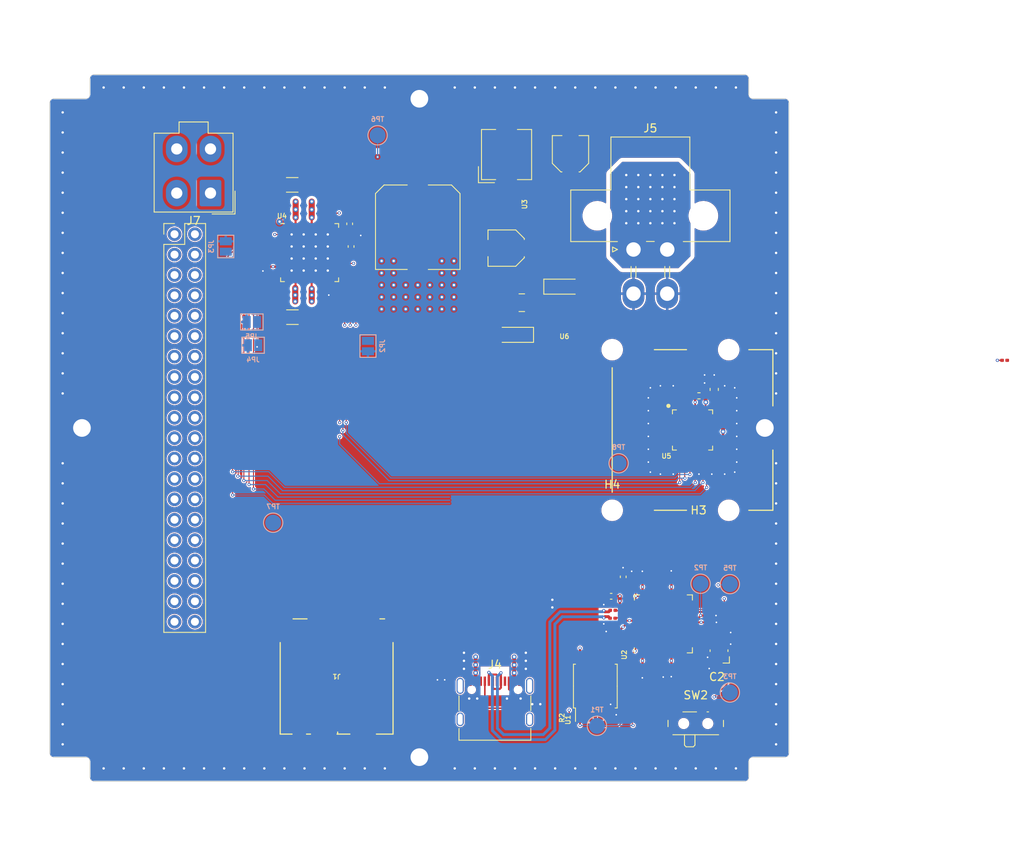
<source format=kicad_pcb>
(kicad_pcb (version 20221018) (generator pcbnew)
  (layers (0 "F.Cu" signal) (1 "In1.Cu" signal) (2 "In2.Cu" signal) (31 "B.Cu" signal) (34 "B.Paste" user) (35 "F.Paste" user) (36 "B.SilkS" user "B.Silkscreen") (37 "F.SilkS" user "F.Silkscreen") (38 "B.Mask" user) (39 "F.Mask" user) (44 "Edge.Cuts" user))
  (property "R" "Ω")
  (property "uF" "µF")
  (property "uH" "µH")
  (net 0 "")
  (net 1 "Net-(U2-XIN)")
  (net 2 "GND")
  (net 3 "Net-(C3-Pad1)")
  (net 4 "+1V1")
  (net 5 "+3.3V")
  (net 6 "Net-(U2-RUN)")
  (net 7 "USB_D+")
  (net 8 "Net-(U2-USB_DP)")
  (net 9 "USB_D-")
  (net 10 "Net-(U2-USB_DM)")
  (net 11 "Net-(U2-XOUT)")
  (net 15 "/RP2040/QSPI_D1")
  (net 16 "/RP2040/QSPI_D2")
  (net 17 "/RP2040/QSPI_D0")
  (net 18 "/RP2040/QSPI_CLK")
  (net 19 "/RP2040/QSPI_D3")
  (net 52 "/RP2040/QSPI_~{CS}")
  (net 81 "+12V")
  (net 105 "VPP")
  (net 106 "unconnected-(U5-DATA_I-Pad7)")
  (net 107 "Net-(U4B-CPO)")
  (net 108 "Net-(U4B-CPI)")
  (net 109 "SPI0_SCK")
  (net 110 "SPI0_MISO")
  (net 111 "SPI0_MOSI")
  (net 115 "+5V")
  (net 116 "Net-(U4B-5VOUT)")
  (net 117 "SPI0_~{CS}_ENC")
  (net 118 "Net-(JP3-B)")
  (net 119 "SPI0_~{CS}_DRIVER")
  (net 121 "STEP_OUT")
  (net 122 "DIR_OUT")
  (net 123 "Net-(JP5-B)")
  (net 124 "Net-(JP4-B)")
  (net 127 "Net-(U4C-BRB)")
  (net 131 "ENC_C")
  (net 132 "ENC_B")
  (net 133 "ENC_A")
  (net 134 "INT")
  (net 136 "GNDA")
  (net 137 "Net-(JP2-B)")
  (net 142 "Net-(U4C-BRA)")
  (net 182 "VBUS")
  (net 183 "/Connectors/CC1")
  (net 185 "/Connectors/CC2")
  (net 187 "Net-(J4-SHIELD)")
  (net 197 "Net-(J1-GND-Pad10)")
  (net 198 "GNDPWR")
  (net 199 "Net-(JP6-B)")
  (net 200 "unconnected-(U4C-AIN_IREF-Pad30)")
  (net 201 "Net-(U4A-SCK)")
  (net 202 "Net-(U4A-MOSI)")
  (net 203 "Net-(U4A-MISO)")
  (net 204 "unconnected-(U4A-CLK-Pad2)")
  (net 205 "STEPPER_A1")
  (net 206 "STEPPER_B1")
  (net 207 "STEPPER_A2")
  (net 208 "STEPPER_B2")
  (footprint "Capacitor_SMD:C_0201_0603Metric" (layer "F.Cu") (at 188.145 101.2)
    (fp_text reference "C17" hide)
    (fp_text value "100nF" hide)
  )
  (footprint "Button_Switch_SMD:SW_SPDT_PCM12" (layer "F.Cu") (at 184.4 136.48)
    (fp_text reference "SW2")
    (fp_text value "SW_DPST" hide)
  )
  (footprint "0.Project:Molex_Mini-Fit_Jr_5569-04A1" (layer "F.Cu") (at 176.65 77.775)
    (fp_text reference "J5")
    (fp_text value "Power Input")
  )
  (footprint "Capacitor_SMD:C_0201_0603Metric" (layer "F.Cu") (at 180.3725 130.1625 -90)
    (fp_text reference "C12" hide)
    (fp_text value "100nF" hide)
  )
  (footprint "0.Project:Molex_Mini-Fit-5566" (layer "F.Cu") (at 124 70.75 180)
    (fp_text reference "J7")
    (fp_text value "Stepper Motor Connector")
  )
  (footprint "Capacitor_SMD:C_0201_0603Metric" (layer "F.Cu") (at 185.9925 124.2125)
    (fp_text reference "C10" hide)
    (fp_text value "100nF" hide)
  )
  (footprint "Capacitor_Tantalum_SMD:CP_EIA-3216-12_Kemet-S" (layer "F.Cu") (at 167.7954 82.400315)
    (fp_text reference "C32" hide)
    (fp_text value "C_Polarized_US")
  )
  (footprint "Resistor_SMD:R_0201_0603Metric" (layer "F.Cu") (at 152.25 132.27 90)
    (fp_text reference "R17" hide)
    (fp_text value "R" hide)
  )
  (footprint "Capacitor_SMD:C_0201_0603Metric" (layer "F.Cu") (at 165.291996 70.755 90)
    (fp_text reference "C28" hide)
    (fp_text value "100nF")
  )
  (footprint "Package_DFN_QFN:QFN-56-1EP_7x7mm_P0.4mm_EP3.2x3.2mm" (layer "F.Cu") (at 180.3725 124.4 90)
    (fp_text reference "U2")
    (fp_text value "RP2040" hide)
  )
  (footprint "Resistor_SMD:R_0201_0603Metric" (layer "F.Cu") (at 168.65 136.1 -90)
    (fp_text reference "R2")
    (fp_text value "10kΩ" hide)
  )
  (footprint "MountingHole:MountingHole_2.2mm_M2" (layer "F.Cu") (at 188.5 90.25)
    (fp_text reference "H5" hide)
    (fp_text value "ENCH4" hide)
  )
  (footprint "Capacitor_SMD:C_0201_0603Metric" (layer "F.Cu") (at 139.125 73.25)
    (fp_text reference "C18" hide)
    (fp_text value "100nF")
  )
  (footprint "Inductor_SMD:L_Wuerth_MAPI-2512" (layer "F.Cu") (at 162.75 84.400629)
    (fp_text reference "L1" hide)
    (fp_text value "L")
  )
  (footprint "Capacitor_SMD:C_Elec_10x10.2" (layer "F.Cu") (at 149.8 75 -90)
    (fp_text reference "C20" hide)
    (fp_text value "100µF")
  )
  (footprint "0.Project:LMR51450SDRRR" (layer "F.Cu") (at 163.099811 72.1454 90)
    (fp_text reference "U3")
    (fp_text value "LMR51450SDRRR" hide)
  )
  (footprint "MountingHole:MountingHole_2.2mm_M2" (layer "F.Cu") (at 174 110.25)
    (fp_text reference "H4")
    (fp_text value "ENCH3")
  )
  (footprint "Capacitor_SMD:C_0201_0603Metric" (layer "F.Cu") (at 177.772501 118.7625 90)
    (fp_text reference "C8" hide)
    (fp_text value "100nF" hide)
  )
  (footprint "Capacitor_SMD:C_Elec_4x5.4" (layer "F.Cu") (at 160.8 77.6 180)
    (fp_text reference "C29" hide)
    (fp_text value "100µF")
  )
  (footprint "MountingHole:MountingHole_2.2mm_M2" (layer "F.Cu") (at 174 90.25)
    (fp_text reference "H2" hide)
    (fp_text value "ENCH1")
  )
  (footprint "Capacitor_SMD:C_Elec_4x5.4" (layer "F.Cu") (at 168.8075 65.85 90)
    (fp_text reference "C30" hide)
    (fp_text value "100µF")
  )
  (footprint "Capacitor_SMD:C_0201_0603Metric" (layer "F.Cu") (at 141.75 76.025 180)
    (fp_text reference "C23" hide)
    (fp_text value "470nF" hide)
  )
  (footprint "Capacitor_SMD:C_0402_1005Metric" (layer "F.Cu") (at 141.325 74.575 90)
    (fp_text reference "C21" hide)
    (fp_text value "22nF, 63V")
  )
  (footprint "Capacitor_SMD:C_0201_0603Metric" (layer "F.Cu") (at 130.84 79.915 180)
    (fp_text reference "C25" hide)
    (fp_text value "100nF")
  )
  (footprint "Capacitor_SMD:C_0201_0603Metric" (layer "F.Cu") (at 165.241996 73.35 90)
    (fp_text reference "C27" hide)
    (fp_text value "100nF")
  )
  (footprint "Package_DFN_QFN:QFN-48-1EP_7x7mm_P0.5mm_EP5.3x5.3mm" (layer "F.Cu") (at 136.34 78.16)
    (fp_text reference "U4")
    (fp_text value "TMC5130A-TA-T")
  )
  (footprint "Resistor_SMD:R_0201_0603Metric" (layer "F.Cu") (at 174.0525 123.7)
    (fp_text reference "R3" hide)
    (fp_text value "27Ω" hide)
  )
  (footprint "Capacitor_SMD:C_0201_0603Metric" (layer "F.Cu") (at 174.1525 125.35 180)
    (fp_text reference "C6" hide)
    (fp_text value "100nF" hide)
  )
  (footprint "Resistor_SMD:R_0201_0603Metric" (layer "F.Cu") (at 128.15 86.45 -90)
    (fp_text reference "R12" hide)
    (fp_text value "0Ω")
  )
  (footprint "Resistor_SMD:R_0402_1005Metric" (layer "F.Cu") (at 184.8 96 180)
    (fp_text reference "R6" hide)
    (fp_text value "1kΩ" hide)
  )
  (footprint "0.Project:AEAT-8800-Q24" (layer "F.Cu") (at 184 100.25)
    (fp_text reference "U5")
    (fp_text value "AEAT-8800-Q24" hide)
  )
  (footprint "Resistor_SMD:R_0201_0603Metric" (layer "F.Cu") (at 186.2725 125.4625 180)
    (fp_text reference "R5" hide)
    (fp_text value "1kΩ" hide)
  )
  (footprint "Package_SO:SOIC-8_5.23x5.23mm_P1.27mm" (layer "F.Cu") (at 171.9 132.15 90)
    (fp_text reference "U1")
    (fp_text value "W25Q128JVS" hide)
  )
  (footprint "MountingHole:MountingHole_2.2mm_M2" (layer "F.Cu") (at 188.5 110.25)
    (fp_text reference "H3")
    (fp_text value "ENCH2")
  )
  (footprint "Capacitor_SMD:C_0201_0603Metric" (layer "F.Cu") (at 187.845 125.475)
    (fp_text reference "C3" hide)
    (fp_text value "C" hide)
  )
  (footprint "0.Project:Rocket_Layout" (layer "F.Cu") (at 150 100)
    (fp_text reference "BRD1" hide)
    (fp_text value "100STD_BLUESAT" hide)
    (fp_line (start -46.000001 -40.500001) (end -46.000001 40.500001) (stroke (width 0.12)) (layer "Edge.Cuts"))
    (fp_line (start -45.500001 41.000001) (end -41.499999 40.999999) (stroke (width 0.12)) (layer "Edge.Cuts"))
    (fp_line (start -41.499999 -40.999999) (end -45.500001 -41.000001) (stroke (width 0.12)) (layer "Edge.Cuts"))
    (fp_line (start -41.000001 -43.500001) (end -40.999999 -41.499999) (stroke (width 0.12)) (layer "Edge.Cuts"))
    (fp_line (start -40.999999 41.499999) (end -41.000001 43.500001) (stroke (width 0.12)) (layer "Edge.Cuts"))
    (fp_line (start -40.500001 44.000001) (end 40.500001 44.000001) (stroke (width 0.12)) (layer "Edge.Cuts"))
    (fp_line (start 40.5 -44) (end -40.500001 -44.000001) (stroke (width 0.12)) (layer "Edge.Cuts"))
    (fp_line (start 41 -41.5) (end 41 -43.5) (stroke (width 0.12)) (layer "Edge.Cuts"))
    (fp_line (start 41.000001 43.500001) (end 40.999999 41.499999) (stroke (width 0.12)) (layer "Edge.Cuts"))
    (fp_line (start 41.499999 40.999999) (end 45.500001 41.000001) (stroke (width 0.12)) (layer "Edge.Cuts"))
    (fp_line (start 45.5 -41) (end 41.5 -41) (stroke (width 0.12)) (layer "Edge.Cuts"))
    (fp_line (start 46.000001 40.500001) (end 46 -40.5) (stroke (width 0.12)) (layer "Edge.Cuts"))
    (fp_arc (start -46.000001 -40.500001) (mid -45.853554 -40.853554) (end -45.500001 -41.000001) (stroke (width 0.05)) (layer "Edge.Cuts"))
    (fp_arc (start -45.500001 41.000001) (mid -45.853554 40.853554) (end -46.000001 40.500001) (stroke (width 0.05)) (layer "Edge.Cuts"))
    (fp_arc (start -41.499999 40.999999) (mid -41.146446 41.146446) (end -40.999999 41.499999) (stroke (width 0.05)) (layer "Edge.Cuts"))
    (fp_arc (start -41.000001 -43.500001) (mid -40.853554 -43.853554) (end -40.500001 -44.000001) (stroke (width 0.05)) (layer "Edge.Cuts"))
    (fp_arc (start -40.999999 -41.499999) (mid -41.146446 -41.146446) (end -41.499999 -40.999999) (stroke (width 0.05)) (layer "Edge.Cuts"))
    (fp_arc (start -40.500001 44.000001) (mid -40.853554 43.853554) (end -41.000001 43.500001) (stroke (width 0.05)) (layer "Edge.Cuts"))
    (fp_arc (start 40.5 -44) (mid 40.853553 -43.853553) (end 41 -43.5) (stroke (width 0.05)) (layer "Edge.Cuts"))
    (fp_arc (start 40.999999 41.499999) (mid 41.146446 41.146446) (end 41.499999 40.999999) (stroke (width 0.05)) (layer "Edge.Cuts"))
    (fp_arc (start 41.000001 43.500001) (mid 40.853554 43.853554) (end 40.500001 44.000001) (stroke (width 0.05)) (layer "Edge.Cuts"))
    (fp_arc (start 41.5 -41) (mid 41.146447 -41.146447) (end 41 -41.5) (stroke (width 0.05)) (layer "Edge.Cuts"))
    (fp_arc (start 45.5 -41) (mid 45.853553 -40.853553) (end 46 -40.5) (stroke (width 0.05)) (layer "Edge.Cuts"))
    (fp_arc (start 46.000001 40.500001) (mid 45.853554 40.853554) (end 45.500001 41.000001) (stroke (width 0.05)) (layer "Edge.Cuts"))
  )
  (footprint "Capacitor_Tantalum_SMD:CP_EIA-3216-12_Kemet-S" (layer "F.Cu") (at 161.9 88.40063 180)
    (fp_text reference "C31" hide)
    (fp_text value "C_Polarized_US")
  )
  (footprint "Capacitor_SMD:C_0201_0603Metric" (layer "F.Cu") (at 169.4404 84.400315 180)
    (fp_text reference "C35" hide)
    (fp_text value "100nF")
  )
  (footprint "Connector_USB:USB_C_Receptacle_Palconn_UTC16-G" (layer "F.Cu") (at 159.4 134.05)
    (fp_text reference "J4")
    (fp_text value "USB_C_Receptacle_USB2.0")
  )
  (footprint "Capacitor_SMD:C_0402_1005Metric" (layer "F.Cu") (at 175.3725 118.5425 90)
    (fp_text reference "C15" hide)
    (fp_text value "1µF" hide)
  )
  (footprint "Capacitor_SMD:C_0201_0603Metric" (layer "F.Cu") (at 160.799749 73.58 90)
    (fp_text reference "C26" hide)
    (fp_text value "100nF")
  )
  (footprint "Capacitor_SMD:C_0201_0603Metric" (layer "F.Cu") (at 181.3725 118.712501 90)
    (fp_text reference "C9" hide)
    (fp_text value "100nF" hide)
  )
  (footprint "Resistor_SMD:R_1206_3216Metric" (layer "F.Cu") (at 134.2 86.2 180)
    (fp_text reference "R9" hide)
    (fp_text value "R")
  )
  (footprint "Capacitor_SMD:C_0201_0603Metric" (layer "F.Cu") (at 186 123.3625)
    (fp_text reference "C5" hide)
    (fp_text value "100nF" hide)
  )
  (footprint "Capacitor_SMD:C_0201_0603Metric" (layer "F.Cu") (at 174.1525 124.6 180)
    (fp_text reference "C11" hide)
    (fp_text value "100nF" hide)
  )
  (footprint "0.Project:LMR51450SDRRR" (layer "F.Cu") (at 168.0454 86.750315 180)
    (fp_text reference "U6")
    (fp_text value "LMR51450SDRRR" hide)
  )
  (footprint "0.Project:DM3CS-SF" (layer "F.Cu") (at 139.700001 130.9515 180)
    (fp_text reference "J1")
    (fp_text value "DM3CS-SF" hide)
  )
  (footprint "Capacitor_SMD:C_0201_0603Metric" (layer "F.Cu") (at 138.1 83.125 -90)
    (fp_text reference "C22" hide)
    (fp_text value "100nF" hide)
  )
  (footprint "Capacitor_SMD:C_0201_0603Metric" (layer "F.Cu") (at 222.845 91.575 180)
    (fp_text reference "C19" hide)
    (fp_text value "100nF")
  )
  (footprint "Resistor_SMD:R_0201_0603Metric" (layer "F.Cu") (at 127.45 86.45 -90)
    (fp_text reference "R11" hide)
    (fp_text value "0Ω")
  )
  (footprint "Capacitor_SMD:C_0201_0603Metric" (layer "F.Cu") (at 177.7725 130.1825 -90)
    (fp_text reference "C13" hide)
    (fp_text value "100nF" hide)
  )
  (footprint "Capacitor_SMD:C_0201_0603Metric" (layer "F.Cu") (at 165.2 88.55063 -90)
    (fp_text reference "C33" hide)
    (fp_text value "100nF")
  )
  (footprint "Inductor_SMD:L_TDK_SLF6025" (layer "F.Cu") (at 160.85 65.95 90)
    (fp_text reference "L2" hide)
    (fp_text value "L")
  )
  (footprint "Capacitor_SMD:C_0201_0603Metric" (layer "F.Cu") (at 181.3725 130.1625 -90)
    (fp_text reference "C14" hide)
    (fp_text value "100nF" hide)
  )
  (footprint "Crystal:Crystal_SMD_Abracon_ABM10-4Pin_2.5x2.0mm" (layer "F.Cu") (at 187.2975 127.7375 180)
    (fp_text reference "Y1" hide)
    (fp_text value "12MHz" hide)
  )
  (footprint "Capacitor_SMD:C_0201_0603Metric" (layer "F.Cu") (at 187.035 129.95 180)
    (fp_text reference "C2")
    (fp_text value "C")
  )
  (footprint "Capacitor_SMD:C_0402_1005Metric" (layer "F.Cu") (at 141.5 77.4 90)
    (fp_text reference "C24" hide)
    (fp_text value "4.7µF")
  )
  (footprint "Resistor_SMD:R_1206_3216Metric" (layer "F.Cu") (at 134.175 69.725 180)
    (fp_text reference "R8" hide)
    (fp_text value "R")
  )
  (footprint "Resistor_SMD:R_0201_0603Metric" (layer "F.Cu") (at 153.15 132.27 90)
    (fp_text reference "R18" hide)
    (fp_text value "R" hide)
  )
  (footprint "Capacitor_SMD:C_0402_1005Metric" (layer "F.Cu") (at 173.8725 120.9625 180)
    (fp_text reference "C4" hide)
    (fp_text value "1µF" hide)
  )
  (footprint "Resistor_SMD:R_0201_0603Metric" (layer "F.Cu") (at 187.95 122.25 -90)
    (fp_text reference "R1" hide)
    (fp_text value "R" hide)
  )
  (footprint "Capacitor_SMD:C_0201_0603Metric" (layer "F.Cu") (at 171.0454 85.500315 180)
    (fp_text reference "C34" hide)
    (fp_text value "100nF")
  )
  (footprint "Resistor_SMD:R_0201_0603Metric" (layer "F.Cu") (at 174.0725 122.7125)
    (fp_text reference "R4" hide)
    (fp_text value "27Ω" hide)
  )
  (footprint "Capacitor_SMD:C_0201_0603Metric" (layer "F.Cu") (at 176.422499 118.7625 90)
    (fp_text reference "C7" hide)
    (fp_text value "100nF" hide)
  )
  (footprint "Capacitor_SMD:C_0603_1608Metric" (layer "F.Cu") (at 186.7 95.2 90)
    (fp_text reference "C16" hide)
    (fp_text value "10µF" hide)
  )
  (footprint "Resistor_SMD:R_0201_0603Metric" (layer "F.Cu") (at 126.75 86.45 -90)
    (fp_text reference "R10" hide)
    (fp_text value "0Ω")
  )
  (footprint "TestPoint:TestPoint_Pad_D2.0mm" (layer "B.Cu") (at 144.8 63.55 180)
    (fp_text reference "TP6")
    (fp_text value "TestPoint")
  )
  (footprint "Jumper:SolderJumper-2_P1.3mm_Open_Pad1.0x1.5mm" (layer "B.Cu") (at 129.3 89.7)
    (fp_text reference "JP4")
    (fp_text value "SPI_MODE")
  )
  (footprint "TestPoint:TestPoint_Pad_D2.0mm" (layer "B.Cu") (at 172.1 137.1 180)
    (fp_text reference "TP1")
    (fp_text value "TestPoint")
  )
  (footprint "TestPoint:TestPoint_Pad_D2.0mm" (layer "B.Cu") (at 188.65 132.95 180)
    (fp_text reference "TP3")
    (fp_text value "TestPoint")
  )
  (footprint "Jumper:SolderJumper-2_P1.3mm_Open_Pad1.0x1.5mm" (layer "B.Cu") (at 143.6 89.8 90)
    (fp_text reference "JP2")
    (fp_text value "DRV_EN")
  )
  (footprint "TestPoint:TestPoint_Pad_D2.0mm" (layer "B.Cu") (at 131.8 111.8 180)
    (fp_text reference "TP7")
    (fp_text value "TestPoint")
  )
  (footprint "TestPoint:TestPoint_Pad_D2.0mm" (layer "B.Cu") (at 174.8 104.4 180)
    (fp_text reference "TP8")
    (fp_text value "TestPoint")
  )
  (footprint "TestPoint:TestPoint_Pad_D2.0mm" (layer "B.Cu") (at 188.65 119.45 180)
    (fp_text reference "TP5")
    (fp_text value "TestPoint")
  )
  (footprint "TestPoint:TestPoint_Pad_D2.0mm" (layer "B.Cu") (at 185 119.4 180)
    (fp_text reference "TP2")
    (fp_text value "TestPoint")
  )
  (footprint "Jumper:SolderJumper-2_P1.3mm_Open_Pad1.0x1.5mm" (layer "B.Cu") (at 129.15 86.8)
    (fp_text reference "JP5")
    (fp_text value "SS_MODE")
  )
  (footprint "Jumper:SolderJumper-2_P1.3mm_Open_Pad1.0x1.5mm" (layer "B.Cu") (at 125.9 77.4 -90)
    (fp_text reference "JP3")
    (fp_text value "TEST")
  )
  (gr_rect (start 146 123.6) (end 147.6 138) (stroke (width 0.0001)) (fill solid) (layer "F.Cu"))
  (gr_poly (pts (xy 132.4 138) (xy 132.4 136.4) (xy 147.4 136.4) (xy 147.4 138)) (stroke (width 0.0001)) (fill solid) (layer "F.Cu"))
  (gr_rect (start 132.4 123.6) (end 134 138) (stroke (width 0.0001)) (fill solid) (layer "F.Cu"))
  (gr_line (start 194 90.25) (end 191 90.25) (stroke (width 0.15)) (layer "F.SilkS"))
  (gr_line (start 179.25 90.25) (end 183.25 90.25) (stroke (width 0.15)) (layer "F.SilkS"))
  (gr_line (start 194 97.25) (end 194 90.25) (stroke (width 0.15)) (layer "F.SilkS"))
  (gr_line (start 194 110.25) (end 194 102.75) (stroke (width 0.15)) (layer "F.SilkS"))
  (gr_line (start 179.25 110.25) (end 183.25 110.25) (stroke (width 0.15)) (layer "F.SilkS"))
  (gr_line (start 174 108) (end 174 92.5) (stroke (width 0.15)) (layer "F.SilkS"))
  (gr_line (start 191 110.25) (end 194 110.25) (stroke (width 0.15)) (layer "F.SilkS"))
  (segment (start 183.81 125) (end 184.46 125) (width 0.127) (layer "F.Cu") (net 1))
  (segment (start 185.3225 125.8625) (end 185.3225 130.2125) (width 0.127) (layer "F.Cu") (net 1))
  (segment (start 185.3225 130.2125) (end 185.5225 130.4125) (width 0.127) (layer "F.Cu") (net 1))
  (segment (start 185.5225 130.4125) (end 187.0025 130.4125) (width 0.127) (layer "F.Cu") (net 1))
  (segment (start 187.3925 130.0225) (end 187.3925 129.9625) (width 0.127) (layer "F.Cu") (net 1))
  (segment (start 184.46 125) (end 185.3225 125.8625) (width 0.127) (layer "F.Cu") (net 1))
  (segment (start 187.3925 129.9625) (end 187.3925 129.5425) (width 0.25) (layer "F.Cu") (net 1))
  (segment (start 187.9225 129.0125) (end 187.9225 128.5625) (width 0.25) (layer "F.Cu") (net 1))
  (segment (start 187.0025 130.4125) (end 187.3925 130.0225) (width 0.127) (layer "F.Cu") (net 1))
  (segment (start 187.3925 129.5425) (end 187.9225 129.0125) (width 0.25) (layer "F.Cu") (net 1))
  (segment (start 184.974999 99.074999) (end 185 99.1) (width 0.3) (layer "F.Cu") (net 2))
  (segment (start 181.3725 125.4) (end 180.3725 124.4) (width 0.5) (layer "F.Cu") (net 2))
  (segment (start 188.7325 126.9125) (end 188.745 126.925) (width 0.25) (layer "F.Cu") (net 2))
  (segment (start 188.465 101.2) (end 189.25 101.2) (width 0.3) (layer "F.Cu") (net 2))
  (segment (start 187.9225 126.9125) (end 188.7325 126.9125) (width 0.25) (layer "F.Cu") (net 2))
  (segment (start 181.3725 117.82) (end 181.3525 117.8) (width 0.2) (layer "F.Cu") (net 2))
  (segment (start 186.25 102.098301) (end 186.25 105.6) (width 0.5) (layer "F.Cu") (net 2))
  (segment (start 177.7725 117.87) (end 177.752499 117.85) (width 0.2) (layer "F.Cu") (net 2))
  (segment (start 174.475 135.749999) (end 174.502499 135.7225) (width 0.2) (layer "F.Cu") (net 2))
  (segment (start 186.6725 129.882499) (end 186.7525 129.962499) (width 0.2) (layer "F.Cu") (net 2))
  (segment (start 138.725 83.45) (end 138.72 83.445) (width 0.3) (layer "F.Cu") (net 2))
  (segment (start 173.805 135.75) (end 173.804999 134.425) (width 0.2) (layer "F.Cu") (net 2))
  (segment (start 173.2525 125.35) (end 173.8325 125.35) (width 0.15) (layer "F.Cu") (net 2))
  (segment (start 175.3525 117.4) (end 175.3725 117.42) (width 0.2) (layer "F.Cu") (net 2))
  (segment (start 181.3725 118.392499) (end 181.3725 117.8425) (width 0.2) (layer "F.Cu") (net 2))
  (segment (start 177.7725 118.4425) (end 177.772501 117.8925) (width 0.2) (layer "F.Cu") (net 2))
  (segment (start 152.25 131.95) (end 152.25 131.37) (width 0.25) (layer "F.Cu") (net 2))
  (segment (start 188.165 125.475) (end 188.745 125.475) (width 0.25) (layer "F.Cu") (net 2))
  (segment (start 186.175001 101.875001) (end 186.4733 101.875001) (width 0.2) (layer "F.Cu") (net 2))
  (segment (start 184.974999 97.7767) (end 184.974999 99.074999) (width 0.3) (layer "F.Cu") (net 2))
  (segment (start 185.5 94.4) (end 185.525 94.425) (width 0.2) (layer "F.Cu") (net 2))
  (segment (start 176.422499 117.8725) (end 176.4225 118.4425) (width 0.2) (layer "F.Cu") (net 2))
  (segment (start 130.525 79.92) (end 130.52 79.915) (width 0.25) (layer "F.Cu") (net 2))
  (segment (start 189.4 101.85) (end 186.15 101.85) (width 0.5) (layer "F.Cu") (net 2))
  (segment (start 182.7 125.4) (end 181.3725 125.4) (width 0.5) (layer "F.Cu") (net 2))
  (segment (start 175.3725 117.42) (end 175.3725 118.04) (width 0.2) (layer "F.Cu") (net 2))
  (segment (start 177.7725 130.5025) (end 177.7725 131.1025) (width 0.2) (layer "F.Cu") (net 2))
  (segment (start 185.45 101.75) (end 185.4 101.7) (width 0.3) (layer "F.Cu") (net 2))
  (segment (start 142.7 76.025) (end 142.07 76.025) (width 0.25) (layer "F.Cu") (net 2))
  (segment (start 177.7725 131.1025) (end 177.7525 131.1225) (width 0.2) (layer "F.Cu") (net 2))
  (segment (start 189.4 101.85) (end 189.5 101.95) (width 0.5) (layer "F.Cu") (net 2))
  (segment (start 130.525 80.45) (end 130.525 79.92) (width 0.25) (layer "F.Cu") (net 2))
  (segment (start 186.15 101.85) (end 186.05 101.75) (width 0.3) (layer "F.Cu") (net 2))
  (segment (start 183.3 125.4) (end 182.7 125.4) (width 0.3) (layer "F.Cu") (net 2))
  (segment (start 180.3725 130.4825) (end 180.3725 131.0025) (width 0.2) (layer "F.Cu") (net 2))
  (segment (start 188.165 125.475) (end 188.165 126.755) (width 0.25) (layer "F.Cu") (net 2))
  (segment (start 186.3125 124.212499) (end 186.9725 124.2125) (width 0.15) (layer "F.Cu") (net 2))
  (segment (start 189.5 101.95) (end 189.5 102.650002) (width 0.5) (layer "F.Cu") (net 2))
  (segment (start 186.7 93.4) (end 186.7 94.425) (width 0.2) (layer "F.Cu") (net 2))
  (segment (start 186.6725 128.562499) (end 185.8725 128.5625) (width 0.2) (layer "F.Cu") (net 2))
  (segment (start 185.525 94.425) (end 186.7 94.425) (width 0.2) (layer "F.Cu") (net 2))
  (segment (start 173.15 124.6) (end 173.8325 124.6) (width 0.2) (layer "F.Cu") (net 2))
  (segment (start 186.25 105.6) (end 186.45 105.8) (width 0.5) (layer "F.Cu") (net 2))
  (segment (start 186.4733 101.875001) (end 186.25 102.098301) (width 0.5) (layer "F.Cu") (net 2))
  (segment (start 186.32 123.3625) (end 186.9225 123.3625) (width 0.15) (layer "F.Cu") (net 2))
  (segment (start 186.05 101.75) (end 185.45 101.75) (width 0.3) (layer "F.Cu") (net 2))
  (segment (start 188.165 126.755) (end 188.145 126.775) (width 0.25) (layer "F.Cu") (net 2))
  (segment (start 173.804999 134.425) (end 173.8025 134.4225) (width 0.2) (layer "F.Cu") (net 2))
  (segment (start 180.3725 131.0025) (end 180.3525 131.0225) (width 0.2) (layer "F.Cu") (net 2))
  (segment (start 138.72 83.445) (end 138.1 83.445) (width 0.3) (layer "F.Cu") (net 2))
  (segment (start 172.95 124.4) (end 173.15 124.6) (width 0.2) (layer "F.Cu") (net 2))
  (segment (start 186.15 101.85) (end 186.175001 101.875001) (width 0.2) (layer "F.Cu") (net 2))
  (segment (start 173.805 135.75) (end 174.475 135.749999) (width 0.2) (layer "F.Cu") (net 2))
  (segment (start 186.6725 128.562499) (end 186.6725 129.882499) (width 0.2) (layer "F.Cu") (net 2))
  (segment (start 181.3725 130.482499) (end 181.3725 130.952501) (width 0.2) (layer "F.Cu") (net 2))
  (segment (start 181.3725 130.952501) (end 181.3525 130.9725) (width 0.2) (layer "F.Cu") (net 2))
  (segment (start 186.7525 129.962499) (end 186.0725 129.9625) (width 0.2) (layer "F.Cu") (net 2))
  (via (at 188.745 125.475) (size 0.4) (drill 0.2) (layers "F.Cu" "B.Cu") (net 2))
  (via (at 188 105.75) (size 0.4) (drill 0.2) (layers "F.Cu" "B.Cu") (net 2))
  (via (at 138.6 77.4) (size 0.6) (drill 0.3) (layers "F.Cu" "B.Cu") (net 2))
  (via (at 178.75 105.5) (size 0.4) (drill 0.2) (layers "F.Cu" "B.Cu") (net 2))
  (via locked (at 176.9 57.6) (size 0.6) (drill 0.3) (layers "F.Cu" "B.Cu") (net 2))
  (via locked (at 105.6 111.899999) (size 0.6) (drill 0.3) (layers "F.Cu" "B.Cu") (net 2))
  (via locked (at 105.6 119.4) (size 0.6) (drill 0.3) (layers "F.Cu" "B.Cu") (net 2))
  (via (at 125.699999 142.4) (size 0.6) (drill 0.3) (layers "F.Cu" "B.Cu") (net 2))
  (via (at 113.2 142.4) (size 0.6) (drill 0.3) (layers "F.Cu" "B.Cu") (net 2))
  (via locked (at 120.7 57.6) (size 0.6) (drill 0.3) (layers "F.Cu" "B.Cu") (net 2))
  (via locked (at 194.4 129.4) (size 0.6) (drill 0.3) (layers "F.Cu" "B.Cu") (net 2))
  (via locked (at 166.899999 142.4) (size 0.6) (drill 0.3) (layers "F.Cu" "B.Cu") (net 2))
  (via (at 155.55 130) (size 0.6) (drill 0.3) (layers "F.Cu" "B.Cu") (net 2))
  (via (at 142.7 76.025) (size 0.4) (drill 0.2) (layers "F.Cu" "B.Cu") (net 2))
  (via locked (at 123.2 57.6) (size 0.6) (drill 0.3) (layers "F.Cu" "B.Cu") (net 2))
  (via locked (at 189.4 57.6) (size 0.6) (drill 0.3) (layers "F.Cu" "B.Cu") (net 2))
  (via (at 178.5 99.45) (size 0.4) (drill 0.2) (layers "F.Cu" "B.Cu") (net 2))
  (via locked (at 194.4 109.400001) (size 0.6) (drill 0.3) (layers "F.Cu" "B.Cu") (net 2))
  (via locked (at 194.4 116.899999) (size 0.6) (drill 0.3) (layers "F.Cu" "B.Cu") (net 2))
  (via (at 134.1 78.9) (size 0.6) (drill 0.3) (layers "F.Cu" "B.Cu") (net 2))
  (via (at 137.1 75.9) (size 0.6) (drill 0.3) (layers "F.Cu" "B.Cu") (net 2))
  (via (at 128.199999 142.4) (size 0.6) (drill 0.3) (layers "F.Cu" "B.Cu") (net 2))
  (via (at 181.3525 117.8) (size 0.4) (drill 0.2) (layers "F.Cu" "B.Cu") (net 2))
  (via (at 138.6 80.4) (size 0.6) (drill 0.3) (layers "F.Cu" "B.Cu") (net 2))
  (via (at 140.699998 142.4) (size 0.6) (drill 0.3) (layers "F.Cu" "B.Cu") (net 2))
  (via locked (at 194.4 126.9) (size 0.6) (drill 0.3) (layers "F.Cu" "B.Cu") (net 2))
  (via (at 186.7 93.4) (size 0.4) (drill 0.2) (layers "F.Cu" "B.Cu") (net 2))
  (via locked (at 194.4 119.4) (size 0.6) (drill 0.3) (layers "F.Cu" "B.Cu") (net 2))
  (via (at 165.05 134.4) (size 0.6) (drill 0.3) (layers "F.Cu" "B.Cu") (net 2))
  (via locked (at 164.399999 142.4) (size 0.6) (drill 0.3) (layers "F.Cu" "B.Cu") (net 2))
  (via locked (at 118.2 57.6) (size 0.6) (drill 0.3) (layers "F.Cu" "B.Cu") (net 2))
  (via locked (at 138.200002 57.6) (size 0.6) (drill 0.3) (layers "F.Cu" "B.Cu") (net 2))
  (via (at 166.55 122.35) (size 0.6) (drill 0.3) (layers "F.Cu" "B.Cu") (net 2))
  (via (at 175.3525 117.4) (size 0.4) (drill 0.2) (layers "F.Cu" "B.Cu") (net 2))
  (via locked (at 105.6 95.699999) (size 0.6) (drill 0.3) (layers "F.Cu" "B.Cu") (net 2))
  (via (at 178.5 102.650001) (size 0.4) (drill 0.2) (layers "F.Cu" "B.Cu") (net 2))
  (via locked (at 194.4 111.899999) (size 0.6) (drill 0.3) (layers "F.Cu" "B.Cu") (net 2))
  (via locked (at 105.6 83.200001) (size 0.6) (drill 0.3) (layers "F.Cu" "B.Cu") (net 2))
  (via locked (at 174.4 142.4) (size 0.6) (drill 0.3) (layers "F.Cu" "B.Cu") (net 2))
  (via (at 163.25 129) (size 0.6) (drill 0.3) (layers "F.Cu" "B.Cu") (net 2))
  (via (at 177.752499 117.85) (size 0.4) (drill 0.2) (layers "F.Cu" "B.Cu") (net 2))
  (via locked (at 130.7 57.6) (size 0.6) (drill 0.3) (layers "F.Cu" "B.Cu") (net 2))
  (via locked (at 113.2 57.6) (size 0.6) (drill 0.3) (layers "F.Cu" "B.Cu") (net 2))
  (via locked (at 169.399999 57.6) (size 0.6) (drill 0.3) (layers "F.Cu" "B.Cu") (net 2))
  (via locked (at 105.6 88.200001) (size 0.6) (drill 0.3) (layers "F.Cu" "B.Cu") (net 2))
  (via locked (at 133.200002 57.6) (size 0.6) (drill 0.3) (layers "F.Cu" "B.Cu") (net 2))
  (via locked (at 105.6 73.2) (size 0.6) (drill 0.3) (layers "F.Cu" "B.Cu") (net 2))
  (via locked (at 194.4 63.2) (size 0.6) (drill 0.3) (layers "F.Cu" "B.Cu") (net 2))
  (via locked (at 156.900001 57.6) (size 0.6) (drill 0.3) (layers "F.Cu" "B.Cu") (net 2))
  (via locked (at 171.9 57.6) (size 0.6) (drill 0.3) (layers "F.Cu" "B.Cu") (net 2))
  (via (at 178.5 96.25) (size 0.4) (drill 0.2) (layers "F.Cu" "B.Cu") (net 2))
  (via (at 172.95 122) (size 0.4) (drill 0.2) (layers "F.Cu" "B.Cu") (net 2))
  (via locked (at 105.6 114.399999) (size 0.6) (drill 0.3) (layers "F.Cu" "B.Cu") (net 2))
  (via (at 137.1 80.4) (size 0.6) (drill 0.3) (layers "F.Cu" "B.Cu") (net 2))
  (via locked (at 154.4 57.6) (size 0.6) (drill 0.3) (layers "F.Cu" "B.Cu") (net 2))
  (via locked (at 181.900001 142.4) (size 0.6) (drill 0.3) (layers "F.Cu" "B.Cu") (net 2))
  (via (at 186.4 105.75) (size 0.4) (drill 0.2) (layers "F.Cu" "B.Cu") (net 2))
  (via locked (at 105.6 90.699999) (size 0.6) (drill 0.3) (layers "F.Cu" "B.Cu") (net 2))
  (via locked (at 169.4 142.4) (size 0.6) (drill 0.3) (layers "F.Cu" "B.Cu") (net 2))
  (via (at 138.725 83.45) (size 0.4) (drill 0.2) (layers "F.Cu" "B.Cu") (net 2))
  (via (at 178.5 101.05) (size 0.4) (drill 0.2) (layers "F.Cu" "B.Cu") (net 2))
  (via (at 138.6 75.9) (size 0.6) (drill 0.3) (layers "F.Cu" "B.Cu") (net 2))
  (via locked (at 194.4 60.7) (size 0.6) (drill 0.3) (layers "F.Cu" "B.Cu") (net 2))
  (via locked (at 184.400001 142.4) (size 0.6) (drill 0.3) (layers "F.Cu" "B.Cu") (net 2))
  (via locked (at 161.899999 142.4) (size 0.6) (drill 0.3) (layers "F.Cu" "B.Cu") (net 2))
  (via (at 145.699998 142.4) (size 0.6) (drill 0.3) (layers "F.Cu" "B.Cu") (net 2))
  (via locked (at 194.4 95.699999) (size 0.6) (drill 0.3) (layers "F.Cu" "B.Cu") (net 2))
  (via locked (at 105.6 93.199999) (size 0.6) (drill 0.3) (layers "F.Cu" "B.Cu") (net 2))
  (via (at 181.3525 130.9725) (size 0.4) (drill 0.2) (layers "F.Cu" "B.Cu") (net 2))
  (via locked (at 105.6 139.4) (size 0.6) (drill 0.3) (layers "F.Cu" "B.Cu") (net 2))
  (via locked (at 194.4 136.9) (size 0.6) (drill 0.3) (layers "F.Cu" "B.Cu") (net 2))
  (via (at 181.6 94.75) (size 0.4) (drill 0.2) (layers "F.Cu" "B.Cu") (net 2))
  (via locked (at 105.6 126.9) (size 0.6) (drill 0.3) (layers "F.Cu" "B.Cu") (net 2))
  (via (at 186.9725 124.2125) (size 0.4) (drill 0.2) (layers "F.Cu" "B.Cu") (net 2))
  (via locked (at 105.6 136.9) (size 0.6) (drill 0.3) (layers "F.Cu" "B.Cu") (net 2))
  (via locked (at 110.7 57.6) (size 0.6) (drill 0.3) (layers "F.Cu" "B.Cu") (net 2))
  (via locked (at 186.899999 142.4) (size 0.6) (drill 0.3) (layers "F.Cu" "B.Cu") (net 2))
  (via locked (at 159.400001 142.4) (size 0.6) (drill 0.3) (layers "F.Cu" "B.Cu") (net 2))
  (via locked (at 194.4 114.399999) (size 0.6) (drill 0.3) (layers "F.Cu" "B.Cu") (net 2))
  (via locked (at 181.9 57.6) (size 0.6) (drill 0.3) (layers "F.Cu" "B.Cu") (net 2))
  (via locked (at 105.6 78.2) (size 0.6) (drill 0.3) (layers "F.Cu" "B.Cu") (net 2))
  (via (at 157.2 133.7) (size 0.6) (drill 0.3) (layers "F.Cu" "B.Cu") (net 2))
  (via locked (at 105.6 68.2) (size 0.6) (drill 0.3) (layers "F.Cu" "B.Cu") (net 2))
  (via locked (at 179.400001 142.4) (size 0.6) (drill 0.3) (layers "F.Cu" "B.Cu") (net 2))
  (via locked (at 105.6 131.9) (size 0.6) (drill 0.3) (layers "F.Cu" "B.Cu") (net 2))
  (via (at 178.75 95) (size 0.4) (drill 0.2) (layers "F.Cu" "B.Cu") (net 2))
  (via (at 153.15 131.37) (size 0.4) (drill 0.2) (layers "F.Cu" "B.Cu") (net 2))
  (via locked (at 135.700002 57.6) (size 0.6) (drill 0.3) (layers "F.Cu" "B.Cu") (net 2))
  (via locked (at 194.4 75.7) (size 0.6) (drill 0.3) (layers "F.Cu" "B.Cu") (net 2))
  (via (at 155.55 129) (size 0.6) (drill 0.3) (layers "F.Cu" "B.Cu") (net 2))
  (via (at 189.5 104.25) (size 0.4) (drill 0.2) (layers "F.Cu" "B.Cu") (net 2))
  (via locked (at 194.4 93.199999) (size 0.6) (drill 0.3) (layers "F.Cu" "B.Cu") (net 2))
  (via locked (at 105.6 65.7) (size 0.6) (drill 0.3) (layers "F.Cu" "B.Cu") (net 2))
  (via (at 189.5 99.450001) (size 0.4) (drill 0.2) (layers "F.Cu" "B.Cu") (net 2))
  (via locked (at 194.4 65.7) (size 0.6) (drill 0.3) (layers "F.Cu" "B.Cu") (net 2))
  (via locked (at 194.4 78.2) (size 0.6) (drill 0.3) (layers "F.Cu" "B.Cu") (net 2))
  (via (at 134.1 77.4) (size 0.6) (drill 0.3) (layers "F.Cu" "B.Cu") (net 2))
  (via locked (at 174.4 57.6) (size 0.6) (drill 0.3) (layers "F.Cu" "B.Cu") (net 2))
  (via locked (at 105.6 106.900001) (size 0.6) (drill 0.3) (layers "F.Cu" "B.Cu") (net 2))
  (via (at 123.200001 142.4) (size 0.6) (drill 0.3) (layers "F.Cu" "B.Cu") (net 2))
  (via locked (at 128.2 57.6) (size 0.6) (drill 0.3) (layers "F.Cu" "B.Cu") (net 2))
  (via (at 143.199998 142.4) (size 0.6) (drill 0.3) (layers "F.Cu" "B.Cu") (net 2))
  (via locked (at 194.4 121.9) (size 0.6) (drill 0.3) (layers "F.Cu" "B.Cu") (net 2))
  (via locked (at 143.199999 57.6) (size 0.6) (drill 0.3) (layers "F.Cu" "B.Cu") (net 2))
  (via locked (at 105.6 121.9) (size 0.6) (drill 0.3) (layers "F.Cu" "B.Cu") (net 2))
  (via (at 173.8025 134.4225) (size 0.4) (drill 0.2) (layers "F.Cu" "B.Cu") (net 2))
  (via locked (at 159.400001 57.6) (size 0.6) (drill 0.3) (layers "F.Cu" "B.Cu") (net 2))
  (via locked (at 184.4 57.6) (size 0.6) (drill 0.3) (layers "F.Cu" "B.Cu") (net 2))
  (via locked (at 105.6 63.2) (size 0.6) (drill 0.3) (layers "F.Cu" "B.Cu") (net 2))
  (via (at 134.1 75.9) (size 0.6) (drill 0.3) (layers "F.Cu" "B.Cu") (net 2))
  (via (at 130.525 80.45) (size 0.4) (drill 0.2) (layers "F.Cu" "B.Cu") (net 2))
  (via (at 138.6 78.9) (size 0.6) (drill 0.3) (layers "F.Cu" "B.Cu") (net 2))
  (via (at 166.55 121.4) (size 0.6) (drill 0.3) (layers "F.Cu" "B.Cu") (net 2))
  (via (at 135.700001 142.4) (size 0.6) (drill 0.3) (layers "F.Cu" "B.Cu") (net 2))
  (via locked (at 161.899999 57.6) (size 0.6) (drill 0.3) (layers "F.Cu" "B.Cu") (net 2))
  (via (at 133.200001 142.4) (size 0.6) (drill 0.3) (layers "F.Cu" "B.Cu") (net 2))
  (via locked (at 194.4 131.9) (size 0.6) (drill 0.3) (layers "F.Cu" "B.Cu") (net 2))
  (via locked (at 194.4 80.7) (size 0.6) (drill 0.3) (layers "F.Cu" "B.Cu") (net 2))
  (via (at 160.9 133.7) (size 0.6) (drill 0.3) (layers "F.Cu" "B.Cu") (net 2))
  (via (at 181.6 105.75) (size 0.4) (drill 0.2) (layers "F.Cu" "B.Cu") (net 2))
  (via locked (at 176.9 142.4) (size 0.6) (drill 0.3) (layers "F.Cu" "B.Cu") (net 2))
  (via (at 152.25 131.37) (size 0.4) (drill 0.2) (layers "F.Cu" "B.Cu") (net 2))
  (via locked (at 194.4 73.2) (size 0.6) (drill 0.3) (layers "F.Cu" "B.Cu") (net 2))
  (via locked (at 105.6 60.7) (size 0.6) (drill 0.3) (layers "F.Cu" "B.Cu") (net 2))
  (via (at 189.25 105.5) (size 0.4) (drill 0.2) (layers "F.Cu" "B.Cu") (net 2))
  (via (at 189.5 97.850001) (size 0.4) (drill 0.2) (layers "F.Cu" "B.Cu") (net 2))
  (via locked (at 194.4 83.200001) (size 0.6) (drill 0.3) (layers "F.Cu" "B.Cu") (net 2))
  (via (at 188 94.75) (size 0.4) (drill 0.2) (layers "F.Cu" "B.Cu") (net 2))
  (via locked (at 164.399999 57.6) (size 0.6) (drill 0.3) (layers "F.Cu" "B.Cu") (net 2))
  (via (at 178.5 104.25) (size 0.4) (drill 0.2) (layers "F.Cu" "B.Cu") (net 2))
  (via (at 156.2 133.7) (size 0.6) (drill 0.3) (layers "F.Cu" "B.Cu") (net 2))
  (via locked (at 105.6 134.4) (size 0.6) (drill 0.3) (layers "F.Cu" "B.Cu") (net 2))
  (via (at 180 105.75) (size 0.4) (drill 0.2) (layers "F.Cu" "B.Cu") (net 2))
  (via locked (at 140.699999 57.6) (size 0.6) (drill 0.3) (layers "F.Cu" "B.Cu") (net 2))
  (via (at 180.3525 131.0225) (size 0.4) (drill 0.2) (layers "F.Cu" "B.Cu") (net 2))
  (via (at 177.7525 131.1225) (size 0.4) (drill 0.2) (layers "F.Cu" "B.Cu") (net 2))
  (via (at 135.6 78.9) (size 0.6) (drill 0.3) (layers "F.Cu" "B.Cu") (net 2))
  (via (at 189.5 96.25) (size 0.4) (drill 0.2) (layers "F.Cu" "B.Cu") (net 2))
  (via locked (at 105.6 124.4) (size 0.6) (drill 0.3) (layers "F.Cu" "B.Cu") (net 2))
  (via (at 134.1 80.4) (size 0.6) (drill 0.3) (layers "F.Cu" "B.Cu") (net 2))
  (via (at 155.55 128) (size 0.6) (drill 0.3) (layers "F.Cu" "B.Cu") (net 2))
  (via locked (at 105.6 75.7) (size 0.6) (drill 0.3) (layers "F.Cu" "B.Cu") (net 2))
  (via locked (at 194.4 104.400001) (size 0.6) (drill 0.3) (layers "F.Cu" "B.Cu") (net 2))
  (via (at 135.6 75.9) (size 0.6) (drill 0.3) (layers "F.Cu" "B.Cu") (net 2))
  (via locked (at 186.9 57.6) (size 0.6) (drill 0.3) (layers "F.Cu" "B.Cu") (net 2))
  (via (at 135.6 77.4) (size 0.6) (drill 0.3) (layers "F.Cu" "B.Cu") (net 2))
  (via locked (at 194.4 106.900001) (size 0.6) (drill 0.3) (layers "F.Cu" "B.Cu") (net 2))
  (via (at 186.9225 123.3625) (size 0.4) (drill 0.2) (layers "F.Cu" "B.Cu") (net 2))
  (via (at 164.05 134.4) (size 0.6) (drill 0.3) (layers "F.Cu" "B.Cu") (net 2))
  (via locked (at 156.900001 142.4) (size 0.6) (drill 0.3) (layers "F.Cu" "B.Cu") (net 2))
  (via locked (at 194.4 68.2) (size 0.6) (drill 0.3) (layers "F.Cu" "B.Cu") (net 2))
  (via (at 184.8 105.75) (size 0.4) (drill 0.2) (layers "F.Cu" "B.Cu") (net 2))
  (via (at 180 94.75) (size 0.4) (drill 0.2) (layers "F.Cu" "B.Cu") (net 2))
  (via locked (at 166.899999 57.6) (size 0.6) (drill 0.3) (layers "F.Cu" "B.Cu") (net 2))
  (via locked (at 194.4 70.7) (size 0.6) (drill 0.3) (layers "F.Cu" "B.Cu") (net 2))
  (via (at 186.0725 129.9625) (size 0.4) (drill 0.2) (layers "F.Cu" "B.Cu") (net 2))
  (via (at 185.5 94.4) (size 0.4) (drill 0.2) (layers "F.Cu" "B.Cu") (net 2))
  (via locked (at 105.6 104.400001) (size 0.6) (drill 0.3) (layers "F.Cu" "B.Cu") (net 2))
  (via locked (at 171.9 142.4) (size 0.6) (drill 0.3) (layers "F.Cu" "B.Cu") (net 2))
  (via locked (at 105.6 80.7) (size 0.6) (drill 0.3) (layers "F.Cu" "B.Cu") (net 2))
  (via (at 185.8725 128.5625) (size 0.4) (drill 0.2) (layers "F.Cu" "B.Cu") (net 2))
  (via locked (at 194.4 88.200001) (size 0.6) (drill 0.3) (layers "F.Cu" "B.Cu") (net 2))
  (via locked (at 125.7 57.6) (size 0.6) (drill 0.3) (layers "F.Cu" "B.Cu") (net 2))
  (via (at 176.422499 117.85) (size 0.4) (drill 0.2) (layers "F.Cu" "B.Cu") (net 2))
  (via (at 138.200001 142.4) (size 0.6) (drill 0.3) (layers "F.Cu" "B.Cu") (net 2))
  (via (at 110.7 142.4) (size 0.6) (drill 0.3) (layers "F.Cu" "B.Cu") (net 2))
  (via locked (at 194.4 85.700001) (size 0.6) (drill 0.3) (layers "F.Cu" "B.Cu") (net 2))
  (via locked (at 154.400001 142.4) (size 0.6) (drill 0.3) (layers "F.Cu" "B.Cu") (net 2))
  (via (at 174.502499 135.7225) (size 0.4) (drill 0.2) (layers "F.Cu" "B.Cu") (net 2))
  (via (at 115.7 142.4) (size 0.6) (drill 0.3) (layers "F.Cu" "B.Cu") (net 2))
  (via (at 118.200001 142.4) (size 0.6) (drill 0.3) (layers "F.Cu" "B.Cu") (net 2))
  (via locked (at 189.399999 142.4) (size 0.6) (drill 0.3) (layers "F.Cu" "B.Cu") (net 2))
  (via locked (at 194.4 134.4) (size 0.6) (drill 0.3) (layers "F.Cu" "B.Cu") (net 2))
  (via (at 189.25 95) (size 0.4) (drill 0.2) (layers "F.Cu" "B.Cu") (net 2))
  (via locked (at 105.6 129.4) (size 0.6) (drill 0.3) (layers "F.Cu" "B.Cu") (net 2))
  (via (at 137.1 77.4) (size 0.6) (drill 0.3) (layers "F.Cu" "B.Cu") (net 2))
  (via locked (at 179.4 57.6) (size 0.6) (drill 0.3) (layers "F.Cu" "B.Cu") (net 2))
  (via (at 137.1 78.9) (size 0.6) (drill 0.3) (layers "F.Cu" "B.Cu") (net 2))
  (via (at 185.5 93.4) (size 0.4) (drill 0.2) (layers "F.Cu" "B.Cu") (net 2))
  (via (at 173.2525 125.35) (size 0.4) (drill 0.2) (layers "F.Cu" "B.Cu") (net 2))
  (via locked (at 115.7 57.6) (size 0.6) (drill 0.3) (layers "F.Cu" "B.Cu") (net 2))
  (via (at 178.5 97.85) (size 0.4) (drill 0.2) (layers "F.Cu" "B.Cu") (net 2))
  (via locked (at 194.4 90.699999) (size 0.6) (drill 0.3) (layers "F.Cu" "B.Cu") (net 2))
  (via (at 162.6 133.7) (size 0.6) (drill 0.3) (layers "F.Cu" "B.Cu") (net 2))
  (via locked (at 194.4 124.4) (size 0.6) (drill 0.3) (layers "F.Cu" "B.Cu") (net 2))
  (via locked (at 105.6 85.700001) (size 0.6) (drill 0.3) (layers "F.Cu" "B.Cu") (net 2))
  (via locked (at 145.699999 57.6) (size 0.6) (drill 0.3) (layers "F.Cu" "B.Cu") (net 2))
  (via locked (at 105.6 116.899999) (size 0.6) (drill 0.3) (layers "F.Cu" "B.Cu") (net 2))
  (via locked (at 105.6 109.400001) (size 0.6) (drill 0.3) (layers "F.Cu" "B.Cu") (net 2))
  (via (at 172.95 124.4) (size 0.4) (drill 0.2) (layers "F.Cu" "B.Cu") (net 2))
  (via (at 163.25 128) (size 0.6) (drill 0.3) (layers "F.Cu" "B.Cu") (net 2))
  (via (at 135.6 80.4) (size 0.6) (drill 0.3) (layers "F.Cu" "B.Cu") (net 2))
  (via (at 163.25 130) (size 0.6) (drill 0.3) (layers "F.Cu" "B.Cu") (net 2))
  (via locked (at 194.4 139.4) (size 0.6) (drill 0.3) (layers "F.Cu" "B.Cu") (net 2))
  (via locked (at 105.6 70.7) (size 0.6) (drill 0.3) (layers "F.Cu" "B.Cu") (net 2))
  (via (at 120.700001 142.4) (size 0.6) (drill 0.3) (layers "F.Cu" "B.Cu") (net 2))
  (via (at 188.745 126.925) (size 0.4) (drill 0.2) (layers "F.Cu" "B.Cu") (net 2))
  (via (at 189.5 101.050001) (size 0.4) (drill 0.2) (layers "F.Cu" "B.Cu") (net 2))
  (via (at 189.5 102.650002) (size 0.4) (drill 0.2) (layers "F.Cu" "B.Cu") (net 2))
  (via (at 130.699999 142.4) (size 0.6) (drill 0.3) (layers "F.Cu" "B.Cu") (net 2))
  (segment (start 187.5125 125.4625) (end 187.525 125.475) (width 0.2) (layer "F.Cu") (net 3))
  (segment (start 186.6725 126.9125) (end 186.6725 125.5425) (width 0.2) (layer "F.Cu") (net 3))
  (segment (start 186.5925 125.4625) (end 187.5125 125.4625) (width 0.2) (layer "F.Cu") (net 3))
  (segment (start 186.6725 125.5425) (end 186.5925 125.4625) (width 0.2) (layer "F.Cu") (net 3))
  (segment (start 177.8 124.45) (end 177.8 122.75) (width 0.2) (layer "F.Cu") (net 4))
  (segment (start 177.8 122.75) (end 177.65 122.6) (width 0.2) (layer "F.Cu") (net 4))
  (segment (start 177.65 124.6) (end 177.8 124.45) (width 0.2) (layer "F.Cu") (net 4))
  (segment (start 175.35 124.8) (end 175.55 124.6) (width 0.2) (layer "F.Cu") (net 4))
  (segment (start 185.15 123.3625) (end 184.9375 123.3625) (width 0.15) (layer "F.Cu") (net 4))
  (segment (start 184.4 123.8) (end 183.81 123.8) (width 0.15) (layer "F.Cu") (net 4))
  (segment (start 175.55 124.6) (end 176.2525 124.6) (width 0.2) (layer "F.Cu") (net 4))
  (segment (start 176.935 124.6) (end 177.65 124.6) (width 0.2) (layer "F.Cu") (net 4))
  (segment (start 177.65 122.6) (end 176.935 122.6) (width 0.2) (layer "F.Cu") (net 4))
  (segment (start 174.95 122.15) (end 175.4 122.6) (width 0.3) (layer "F.Cu") (net 4))
  (segment (start 176.935 124.6) (end 176.2525 124.6) (width 0.127) (layer "F.Cu") (net 4))
  (segment (start 174.9375 120.9625) (end 174.352499 120.9625) (width 0.3) (layer "F.Cu") (net 4))
  (segment (start 184.6 123.8) (end 184.4 123.8) (width 0.25) (layer "F.Cu") (net 4))
  (segment (start 174.95 121.55) (end 174.95 120.95) (width 0.5) (layer "F.Cu") (net 4))
  (segment (start 176.2 122.6) (end 176.935 122.6) (width 0.2) (layer "F.Cu") (net 4))
  (segment (start 175.35 124.8) (end 174.8 125.35) (width 0.25) (layer "F.Cu") (net 4))
  (segment (start 174.95 120.95) (end 174.9375 120.9625) (width 0.3) (layer "F.Cu") (net 4))
  (segment (start 175.4 122.6) (end 176.2 122.6) (width 0.3) (layer "F.Cu") (net 4))
  (segment (start 184.9375 123.3625) (end 184.9375 123.4625) (width 0.25) (layer "F.Cu") (net 4))
  (segment (start 185.15 123.3625) (end 185.68 123.3625) (width 0.3) (layer "F.Cu") (net 4))
  (segment (start 174.95 121.55) (end 174.95 122.15) (width 0.3) (layer "F.Cu") (net 4))
  (segment (start 184.9375 123.4625) (end 184.6 123.8) (width 0.25) (layer "F.Cu") (net 4))
  (segment (start 174.8 125.35) (end 174.4725 125.35) (width 0.25) (layer "F.Cu") (net 4))
  (via (at 174.95 121.55) (size 0.4) (drill 0.2) (layers "F.Cu" "B.Cu") (net 4))
  (via (at 174.95 120.95) (size 0.4) (drill 0.2) (layers "F.Cu" "B.Cu") (net 4))
  (via (at 175.35 124.8) (size 0.4) (drill 0.2) (layers "F.Cu" "B.Cu") (net 4))
  (via (at 185 123.35) (size 0.4) (drill 0.2) (layers "F.Cu" "B.Cu") (net 4))
  (segment (start 185 119.4) (end 185 123.35) (width 0.127) (layer "B.Cu") (net 4))
  (segment (start 187.95 121.93) (end 187.95 121.269999) (width 0.15) (layer "F.Cu") (net 5))
  (segment (start 187.8 101.075) (end 187.675 101.2) (width 0.3) (layer "F.Cu") (net 5))
  (segment (start 175.4325 119.0825) (end 176.4225 119.082501) (width 0.3) (layer "F.Cu") (net 5))
  (segment (start 176.935 121.8) (end 176.935001 120.9625) (width 0.15) (layer "F.Cu") (net 5))
  (segment (start 177.772501 127.8375) (end 177.7725 128.512501) (width 0.2) (layer "F.Cu") (net 5))
  (segment (start 181.3725 129.8425) (end 181.3725 128.9) (width 0.3) (layer "F.Cu") (net 5))
  (segment (start 176.8975 124) (end 175.15 124) (width 0.25) (layer "F.Cu") (net 5))
  (segment (start 176.935 123.9625) (end 176.8975 124) (width 0.127) (layer "F.Cu") (net 5))
  (segment (start 176.935 121.8) (end 176.935 122.2) (width 0.15) (layer "F.Cu") (net 5))
  (segment (start 177.7725 119.082501) (end 177.7725 120.0625) (width 0.3) (layer "F.Cu") (net 5))
  (segment (start 175.3725 119.0225) (end 175.4325 119.0825) (width 0.3) (layer "F.Cu") (net 5))
  (segment (start 184.4875 124.2) (end 183.81 124.2) (width 0.15) (layer "F.Cu") (net 5))
  (segment (start 176.7725 120.3625) (end 176.4225 120.0125) (width 0.3) (layer "F.Cu") (net 5))
  (segment (start 187.8 101.225) (end 187.825 101.2) (width 0.3) (layer "F.Cu") (net 5))
  (segment (start 132.89 79.91) (end 132.195 79.91) (width 0.2) (layer "F.Cu") (net 5))
  (segment (start 131.79 79.915) (end 132.19 79.915) (width 0.3) (layer "F.Cu") (net 5))
  (segment (start 168.65 135.78) (end 168.65 135.15) (width 0.15) (layer "F.Cu") (net 5))
  (segment (start 177.7725 129.8625) (end 177.7725 128.512501) (width 0.3) (layer "F.Cu") (net 5))
  (segment (start 186.375 96) (end 186.4 95.975) (width 0.2) (layer "F.Cu") (net 5))
  (segment (start 177.7725 120.962499) (end 177.1725 120.962499) (width 0.15) (layer "F.Cu") (net 5))
  (segment (start 185.625001 96.824999) (end 185.65 96.8) (width 0.2) (layer "F.Cu") (net 5))
  (segment (start 181.3725 120.2625) (end 181.3725 119.0325) (width 0.3) (layer "F.Cu") (net 5))
  (segment (start 177.1725 120.962499) (end 176.935001 120.9625) (width 0.15) (layer "F.Cu") (net 5))
  (segment (start 185.625001 96) (end 186.375 96) (width 0.5) (layer "F.Cu") (net 5))
  (segment (start 184.5 124.2125) (end 185.6725 124.2125) (width 0.25) (layer "F.Cu") (net 5))
  (segment (start 186.7 95.975) (end 187.175 95.975) (width 0.5) (layer "F.Cu") (net 5))
  (segment (start 176.4225 120.0125) (end 176.4225 119.082501) (width 0.3) (layer "F.Cu") (net 5))
  (segment (start 185.625001 96.7) (end 185.625001 96) (width 0.5) (layer "F.Cu") (net 5))
  (segment (start 131.79 79.915) (end 131.16 79.915) (width 0.3) (layer "F.Cu") (net 5))
  (segment (start 176.935001 124.2) (end 176.935 123.9625) (width 0.15) (layer "F.Cu") (net 5))
  (segment (start 169.995001 127.43) (end 170.0025 127.4225) (width 0.3) (layer "F.Cu") (net 5))
  (segment (start 181.3725 128.9) (end 181.3725 128.562499) (width 0.3) (layer "F.Cu") (net 5))
  (segment (start 176.935 123.9625) (end 176.935 123.8) (width 0.15) (layer "F.Cu") (net 5))
  (segment (start 174.635 124.6) (end 174.4725 124.6) (width 0.3) (layer "F.Cu") (net 5))
  (segment (start 185.625001 96.775001) (end 185.625001 96.7) (width 0.2) (layer "F.Cu") (net 5))
  (segment (start 176.935001 120.9625) (end 176.935 120.525) (width 0.15) (layer "F.Cu") (net 5))
  (segment (start 187.8 100.5) (end 187.8 101.075) (width 0.3) (layer "F.Cu") (net 5))
  (segment (start 186.4 95.975) (end 186.7 95.975) (width 0.2) (layer "F.Cu") (net 5))
  (segment (start 181.3725 120.9625) (end 181.3725 120.2625) (width 0.2) (layer "F.Cu") (net 5))
  (segment (start 180.3725 129.8425) (end 181.3725 129.8425) (width 0.3) (layer "F.Cu") (net 5))
  (segment (start 176.935 120.525) (end 176.7725 120.3625) (width 0.15) (layer "F.Cu") (net 5))
  (segment (start 184.5 124.2125) (end 184.4875 124.2) (width 0.15) (layer "F.Cu") (net 5))
  (segment (start 187.175 95.975) (end 187.8 96.6) (width 0.5) (layer "F.Cu") (net 5))
  (segment (start 185.625001 97.7767) (end 185.625001 96.824999) (width 0.2) (layer "F.Cu") (net 5))
  (segment (start 169.995 128.55) (end 169.995001 127.43) (width 0.3) (layer "F.Cu") (net 5))
  (segment (start 132.195 79.91) (end 132.19 79.915) (width 0.2) (layer "F.Cu") (net 5))
  (segment (start 174.635 124.515) (end 174.635 124.6) (width 0.25) (layer "F.Cu") (net 5))
  (segment (start 187.8 100.45) (end 187.8 100.5) (width 0.5) (layer "F.Cu") (net 5))
  (segment (start 177.7725 120.962499) (end 177.7725 120.0625) (width 0.15) (layer "F.Cu") (net 5))
  (segment (start 187.8 96.6) (end 187.8 100.45) (width 0.5) (layer "F.Cu") (net 5))
  (segment (start 186.4733 101.224999) (end 187.225 101.225) (width 0.2) (layer "F.Cu") (net 5))
  (segment (start 175.15 124) (end 174.635 124.515) (width 0.25) (layer "F.Cu") (net 5))
  (segment (start 181.3725 127.8375) (end 181.3725 128.562499) (width 0.2) (layer "F.Cu") (net 5))
  (segment (start 187.225 101.225) (end 187.8 101.225) (width 0.3) (layer "F.Cu") (net 5))
  (segment (start 185.65 96.8) (end 185.625001 96.775001) (width 0.2) (layer "F.Cu") (net 5))
  (via (at 176.1525 124) (size 0.4) (drill 0.2) (layers "F.Cu" "B.Cu") (net 5))
  (via (at 185.65 96.8) (size 0.6) (drill 0.3) (layers "F.Cu" "B.Cu") (net 5))
  (via (at 181.3725 129.000001) (size 0.4) (drill 0.2) (layers "F.Cu" "B.Cu") (net 5))
  (via (at 185.0725 124.2) (size 0.4) (drill 0.2) (layers "F.Cu" "B.Cu") (net 5))
  (via (at 187.2 119.55) (size 0.4) (drill 0.2) (layers "F.Cu" "B.Cu") (net 5))
  (via (at 187.8 100.45) (size 0.6) (drill 0.3) (layers "F.Cu" "B.Cu") (net 5))
  (via (at 170.0025 127.4225) (size 0.4) (drill 0.2) (layers "F.Cu" "B.Cu") (net 5))
  (via (at 177.7725 129) (size 0.4) (drill 0.2) (layers "F.Cu" "B.Cu") (net 5))
  (via (at 181.3725 119.8) (size 0.4) (drill 0.2) (layers "F.Cu" "B.Cu") (net 5))
  (via (at 131.79 79.915) (size 0.4) (drill 0.2) (layers "F.Cu" "B.Cu") (net 5))
  (via (at 177.7725 119.8) (size 0.4) (drill 0.2) (layers "F.Cu" "B.Cu") (net 5))
  (via (at 176.95 120.95) (size 0.4) (drill 0.2) (layers "F.Cu" "B.Cu") (net 5))
  (via (at 168.65 135.15) (size 0.4) (drill 0.2) (layers "F.Cu" "B.Cu") (net 5))
  (via (at 187.95 121.269999) (size 0.4) (drill 0.2) (layers "F.Cu" "B.Cu") (net 5))
  (segment (start 188.55 119.55) (end 187.2 119.55) (width 0.127) (layer "B.Cu") (net 5))
  (segment (start 188.65 119.45) (end 188.55 119.55) (width 0.127) (layer "B.Cu") (net 5))
  (segment (start 189.8 123) (end 189.4 122.6) (width 0.127) (layer "F.Cu") (net 6))
  (segment (start 186.7 133.5) (end 189.8 130.4) (width 0.127) (layer "F.Cu") (net 6))
  (segment (start 189.4 122.6) (end 183.81 122.6) (width 0.127) (layer "F.Cu") (net 6))
  (segment (start 189.8 130.4) (end 189.8 123) (width 0.127) (layer "F.Cu") (net 6))
  (via (at 186.7 133.5) (size 0.4) (drill 0.2) (layers "F.Cu" "B.Cu") (net 6))
  (segment (start 188.1 133.5) (end 188.65 132.95) (width 0.127) (layer "B.Cu") (net 6))
  (segment (start 186.7 133.5) (end 188.1 133.5) (width 0.127) (layer "B.Cu") (net 6))
  (segment (start 173.1 123.5) (end 173.5325 123.5) (width 0.35) (layer "F.Cu") (net 7))
  (segment (start 158.65 130.45) (end 158.65 131.54) (width 0.25) (layer "F.Cu") (net 7))
  (segment (start 173.5325 123.5) (end 173.7325 123.7) (width 0.35) (layer "F.Cu") (net 7))
  (segment (start 159.552 130.708) (end 158.792 130.708) (width 0.25) (layer "F.Cu") (net 7))
  (segment (start 159.65 130.806) (end 159.552 130.708) (width 0.25) (layer "F.Cu") (net 7))
  (segment (start 158.65 130.85) (end 158.65 131.54) (width 0.25) (layer "F.Cu") (net 7))
  (segment (start 158.792 130.708) (end 158.65 130.85) (width 0.25) (layer "F.Cu") (net 7))
  (segment (start 173.7325 123.7) (end 173.6325 123.600001) (width 0.2) (layer "F.Cu") (net 7))
  (segment (start 159.65 131.54) (end 159.65 130.806) (width 0.25) (layer "F.Cu") (net 7))
  (segment (start 172.95 123.65) (end 173.1 123.5) (width 0.35) (layer "F.Cu") (net 7))
  (via (at 158.65 130.45) (size 0.4) (drill 0.2) (layers "F.Cu" "B.Cu") (net 7))
  (via (at 172.95 123.65) (size 0.4) (drill 0.2) (layers "F.Cu" "B.Cu") (net 7))
  (segment (start 158.65 130.45) (end 159.084999 130.884999) (width 0.35) (layer "B.Cu") (net 7))
  (segment (start 166.865 124.430478) (end 167.780477 123.515001) (width 0.35) (layer "B.Cu") (net 7))
  (segment (start 166.865 137.630478) (end 166.865 124.430478) (width 0.35) (layer "B.Cu") (net 7))
  (segment (start 165.680478 138.815) (end 166.865 137.630478) (width 0.35) (layer "B.Cu") (net 7))
  (segment (start 159.084999 130.884999) (end 159.084999 137.680477) (width 0.35) (layer "B.Cu") (net 7))
  (segment (start 159.084999 137.680477) (end 160.219522 138.815) (width 0.35) (layer "B.Cu") (net 7))
  (segment (start 160.219522 138.815) (end 165.680478 138.815) (width 0.35) (layer "B.Cu") (net 7))
  (segment (start 167.780477 123.515001) (end 172.815001 123.515001) (width 0.35) (layer "B.Cu") (net 7))
  (segment (start 172.815001 123.515001) (end 172.95 123.65) (width 0.35) (layer "B.Cu") (net 7))
  (segment (start 174.9 123.4) (end 174.6 123.7) (width 0.127) (layer "F.Cu") (net 8))
  (segment (start 174.6 123.7) (end 174.3725 123.7) (width 0.127) (layer "F.Cu") (net 8))
  (segment (start 176.935 123.4) (end 174.9 123.4) (width 0.127) (layer "F.Cu") (net 8))
  (segment (start 173.1 122.9) (end 173.565 122.9) (width 0.35) (layer "F.Cu") (net 9))
  (segment (start 159.15 131.54) (end 159.15 132.37) (width 0.25) (layer "F.Cu") (net 9))
  (segment (start 173.565 122.9) (end 173.7525 122.7125) (width 0.35) (layer "F.Cu") (net 9))
  (segment (start 173.7525 122.7125) (end 173.74 122.699999) (width 0.2) (layer "F.Cu") (net 9))
  (segment (start 172.95 122.75) (end 173.1 122.9) (width 0.35) (layer "F.Cu") (net 9))
  (segment (start 160.15 132.35) (end 160.15 131.54) (width 0.25) (layer "F.Cu") (net 9))
  (segment (start 159.15 132.37) (end 159.28 132.5) (width 0.25) (layer "F.Cu") (net 9))
  (segment (start 159.28 132.5) (end 160 132.5) (width 0.25) (layer "F.Cu") (net 9))
  (segment (start 160.15 131.54) (end 160.15 130.5) (width 0.25) (layer "F.Cu") (net 9))
  (segment (start 160 132.5) (end 160.15 132.35) (width 0.25) (layer "F.Cu") (net 9))
  (via (at 160.15 130.5) (size 0.4) (drill 0.2) (layers "F.Cu" "B.Cu") (net 9))
  (via (at 172.95 122.75) (size 0.4) (drill 0.2) (layers "F.Cu" "B.Cu") (net 9))
  (segment (start 159.715001 130.934999) (end 159.715001 137.419523) (width 0.35) (layer "B.Cu") (net 9))
  (segment (start 165.419522 138.185) (end 166.235 137.369522) (width 0.35) (layer "B.Cu") (net 9))
  (segment (start 159.715001 137.419523) (end 160.480478 138.185) (width 0.35) (layer "B.Cu") (net 9))
  (segment (start 160.480478 138.185) (end 165.419522 138.185) (width 0.35) (layer "B.Cu") (net 9))
  (segment (start 166.235 137.369522) (end 166.235 124.169522) (width 0.35) (layer "B.Cu") (net 9))
  (segment (start 160.15 130.5) (end 159.715001 130.934999) (width 0.35) (layer "B.Cu") (net 9))
  (segment (start 166.235 124.169522) (end 167.519523 122.884999) (width 0.35) (layer "B.Cu") (net 9))
  (segment (start 167.519523 122.884999) (end 172.815001 122.884999) (width 0.35) (layer "B.Cu") (net 9))
  (segment (start 172.815001 122.884999) (end 172.95 122.75) (width 0.35) (layer "B.Cu") (net 9))
  (segment (start 174.6125 122.7125) (end 174.3925 122.7125) (width 0.127) (layer "F.Cu") (net 10))
  (segment (start 176.935001 123) (end 174.9 123) (width 0.127) (layer "F.Cu") (net 10))
  (segment (start 174.9 123) (end 174.6125 122.7125) (width 0.127) (layer "F.Cu") (net 10))
  (segment (start 185.9525 125.462499) (end 185.4725 125.4625) (width 0.127) (layer "F.Cu") (net 11))
  (segment (start 184.61 124.6) (end 183.81 124.6) (width 0.127) (layer "F.Cu") (net 11))
  (segment (start 185.4725 125.4625) (end 184.61 124.6) (width 0.127) (layer "F.Cu") (net 11))
  (segment (start 174.7 137.2) (end 175.2 136.7) (width 0.127) (layer "F.Cu") (net 15))
  (segment (start 171.7 137.2) (end 174.7 137.2) (width 0.127) (layer "F.Cu") (net 15))
  (segment (start 175.2 136.7) (end 175.2 127.75) (width 0.127) (layer "F.Cu") (net 15))
  (segment (start 171.265 136.765) (end 171.7 137.2) (width 0.127) (layer "F.Cu") (net 15))
  (segment (start 176.35 126.6) (end 176.935 126.6) (width 0.127) (layer "F.Cu") (net 15))
  (segment (start 171.265 135.75) (end 171.265 136.765) (width 0.127) (layer "F.Cu") (net 15))
  (segment (start 175.2 127.75) (end 176.35 126.6) (width 0.127) (layer "F.Cu") (net 15))
  (segment (start 172.535 135.75) (end 172.535 134.365) (width 0.127) (layer "F.Cu") (net 16))
  (segment (start 174.7 132.2) (end 174.7 127.75) (width 0.127) (layer "F.Cu") (net 16))
  (segment (start 176.25 126.2) (end 176.935 126.2) (width 0.127) (layer "F.Cu") (net 16))
  (segment (start 174.7 127.75) (end 176.25 126.2) (width 0.127) (layer "F.Cu") (net 16))
  (segment (start 172.535 134.365) (end 174.7 132.2) (width 0.127) (layer "F.Cu") (net 16))
  (segment (start 176.935001 125.8) (end 176.05 125.8) (width 0.127) (layer "F.Cu") (net 17))
  (segment (start 176.05 125.8) (end 173.805 128.045) (width 0.127) (layer "F.Cu") (net 17))
  (segment (start 173.805 128.045) (end 173.805 128.55) (width 0.127) (layer "F.Cu") (net 17))
  (segment (start 172.535 127.865) (end 172.535 128.55) (width 0.127) (layer "F.Cu") (net 18))
  (segment (start 173.15 127.25) (end 172.535 127.865) (width 0.127) (layer "F.Cu") (net 18))
  (segment (start 175.95 125.4) (end 174.1 127.25) (width 0.127) (layer "F.Cu") (net 18))
  (segment (start 174.1 127.25) (end 173.15 127.25) (width 0.127) (layer "F.Cu") (net 18))
  (segment (start 176.935 125.4) (end 175.95 125.4) (width 0.127) (layer "F.Cu") (net 18))
  (segment (start 175.750001 125) (end 173.900001 126.85) (width 0.127) (layer "F.Cu") (net 19))
  (segment (start 176.935 125) (end 175.750001 125) (width 0.127) (layer "F.Cu") (net 19))
  (segment (start 172.0525 126.85) (end 171.3 127.6025) (width 0.127) (layer "F.Cu") (net 19))
  (segment (start 171.3 128.515) (end 171.265 128.55) (width 0.127) (layer "F.Cu") (net 19))
  (segment (start 171.3 127.6025) (end 171.3 128.515) (width 0.127) (layer "F.Cu") (net 19))
  (segment (start 173.900001 126.85) (end 172.0525 126.85) (width 0.127) (layer "F.Cu") (net 19))
  (segment (start 170 137.05) (end 169.995 137.045) (width 0.2) (layer "F.Cu") (net 52))
  (segment (start 176.5 128.125) (end 176.8525 127.7725) (width 0.127) (layer "F.Cu") (net 52))
  (segment (start 169.995 137.045) (end 169.995 135.75) (width 0.2) (layer "F.Cu") (net 52))
  (segment (start 176.9025 127.7225) (end 176.8525 127.7725) (width 0.2) (layer "F.Cu") (net 52))
  (segment (start 176.5 136.95) (end 176.5 128.125) (width 0.127) (layer "F.Cu") (net 52))
  (segment (start 176.935001 127) (end 176.9025 127.0325) (width 0.2) (layer "F.Cu") (net 52))
  (segment (start 176.9025 127.0325) (end 176.9025 127.7225) (width 0.2) (layer "F.Cu") (net 52))
  (segment (start 170 137.05) (end 170 136.42) (width 0.2) (layer "F.Cu") (net 52))
  (segment (start 176.6 137.05) (end 176.5 136.95) (width 0.127) (layer "F.Cu") (net 52))
  (segment (start 170 136.42) (end 168.65 136.42) (width 0.2) (layer "F.Cu") (net 52))
  (via (at 170 137.05) (size 0.4) (drill 0.2) (layers "F.Cu" "B.Cu") (net 52))
  (via (at 176.8525 127.7725) (size 0.4) (drill 0.2) (layers "F.Cu" "B.Cu") (net 52))
  (via (at 176.6 137.05) (size 0.4) (drill 0.2) (layers "F.Cu" "B.Cu") (net 52))
  (segment (start 170 137.05) (end 176.6 137.05) (width 0.127) (layer "B.Cu") (net 52))
  (via (at 180.25 71.5) (size 0.6) (drill 0.3) (layers "F.Cu" "B.Cu") (net 81))
  (via (at 180.25 74.5) (size 0.6) (drill 0.3) (layers "F.Cu" "B.Cu") (net 81))
  (via (at 180.25 70) (size 0.6) (drill 0.3) (layers "F.Cu" "B.Cu") (net 81))
  (via (at 177.25 71.5) (size 0.6) (drill 0.3) (layers "F.Cu" "B.Cu") (net 81))
  (via (at 178.75 73) (size 0.6) (drill 0.3) (layers "F.Cu" "B.Cu") (net 81))
  (via (at 178.75 70) (size 0.6) (drill 0.3) (layers "F.Cu" "B.Cu") (net 81))
  (via (at 175.75 70) (size 0.6) (drill 0.3) (layers "F.Cu" "B.Cu") (net 81))
  (via (at 177.25 68.5) (size 0.6) (drill 0.3) (layers "F.Cu" "B.Cu") (net 81))
  (via (at 177.25 73) (size 0.6) (drill 0.3) (layers "F.Cu" "B.Cu") (net 81))
  (via (at 181.75 71.5) (size 0.6) (drill 0.3) (layers "F.Cu" "B.Cu") (net 81))
  (via (at 175.75 68.5) (size 0.6) (drill 0.3) (layers "F.Cu" "B.Cu") (net 81))
  (via (at 181.75 68.5) (size 0.6) (drill 0.3) (layers "F.Cu" "B.Cu") (net 81))
  (via (at 178.75 68.5) (size 0.6) (drill 0.3) (layers "F.Cu" "B.Cu") (net 81))
  (via (at 178.75 71.5) (size 0.6) (drill 0.3) (layers "F.Cu" "B.Cu") (net 81))
  (via (at 180.25 73) (size 0.6) (drill 0.3) (layers "F.Cu" "B.Cu") (net 81))
  (via (at 175.75 73) (size 0.6) (drill 0.3) (layers "F.Cu" "B.Cu") (net 81))
  (via (at 175.75 74.5) (size 0.6) (drill 0.3) (layers "F.Cu" "B.Cu") (net 81))
  (via (at 178.75 74.5) (size 0.6) (drill 0.3) (layers "F.Cu" "B.Cu") (net 81))
  (via (at 181.75 70) (size 0.6) (drill 0.3) (layers "F.Cu" "B.Cu") (net 81))
  (via (at 177.25 70) (size 0.6) (drill 0.3) (layers "F.Cu" "B.Cu") (net 81))
  (via (at 180.25 68.5) (size 0.6) (drill 0.3) (layers "F.Cu" "B.Cu") (net 81))
  (via (at 177.25 74.5) (size 0.6) (drill 0.3) (layers "F.Cu" "B.Cu") (net 81))
  (via (at 175.75 71.5) (size 0.6) (drill 0.3) (layers "F.Cu" "B.Cu") (net 81))
  (via (at 181.75 73) (size 0.6) (drill 0.3) (layers "F.Cu" "B.Cu") (net 81))
  (via (at 181.75 74.5) (size 0.6) (drill 0.3) (layers "F.Cu" "B.Cu") (net 81))
  (segment (start 137.59 82.04) (end 138.1 82.55) (width 0.25) (layer "F.Cu") (net 105))
  (segment (start 138.1 82.55) (end 138.1 82.805) (width 0.25) (layer "F.Cu") (net 105))
  (segment (start 137.59 81.61) (end 137.59 82.04) (width 0.25) (layer "F.Cu") (net 105))
  (via (at 144.8 66.25) (size 0.4) (drill 0.2) (layers "F.Cu" "B.Cu") (net 105))
  (segment (start 144.8 63.55) (end 144.8 66.25) (width 0.15) (layer "B.Cu") (net 105))
  (segment (start 182.4 102.748301) (end 182.374999 102.7233) (width 0.127) (layer "F.Cu") (net 106))
  (segment (start 182.4 106.8) (end 182.4 102.748301) (width 0.127) (layer "F.Cu") (net 106))
  (via (at 140.075 101.075) (size 0.4) (drill 0.2) (layers "F.Cu" "B.Cu") (net 106))
  (via (at 182.4 106.8) (size 0.4) (drill 0.2) (layers "F.Cu" "B.Cu") (net 106))
  (segment (start 140.075 101.075) (end 140.075 102) (width 0.127) (layer "B.Cu") (net 106))
  (segment (start 182.25 106.95) (end 182.4 106.8) (width 0.127) (layer "B.Cu") (net 106))
  (segment (start 140.075 102) (end 145.025 106.95) (width 0.127) (layer "B.Cu") (net 106))
  (segment (start 145.025 106.95) (end 182.25 106.95) (width 0.127) (layer "B.Cu") (net 106))
  (segment (start 140.795 75.055) (end 141.325 75.055) (width 0.5) (layer "F.Cu") (net 107))
  (segment (start 140.625 75.225) (end 140.795 75.055) (width 0.5) (layer "F.Cu") (net 107))
  (segment (start 140.625 75.65) (end 140.365 75.91) (width 0.25) (layer "F.Cu") (net 107))
  (segment (start 140.365 75.91) (end 139.79 75.91) (width 0.25) (layer "F.Cu") (net 107))
  (segment (start 140.625 75.65) (end 140.625 75.225) (width 0.5) (layer "F.Cu") (net 107))
  (segment (start 139.225 74.525) (end 139.09 74.66) (width 0.25) (layer "F.Cu") (net 108))
  (segment (start 140.43 74.095) (end 141.325 74.095) (width 0.5) (layer "F.Cu") (net 108))
  (segment (start 139.09 74.66) (end 139.09 74.71) (width 0.25) (layer "F.Cu") (net 108))
  (segment (start 140 74.525) (end 140.43 74.095) (width 0.5) (layer "F.Cu") (net 108))
  (segment (start 139.225 74.525) (end 140 74.525) (width 0.5) (layer "F.Cu") (net 108))
  (segment (start 184.35 106.8) (end 184.325001 106.775001) (width 0.127) (layer "F.Cu") (net 109))
  (segment (start 184.325001 106.775001) (end 184.325001 102.7233) (width 0.127) (layer "F.Cu") (net 109))
  (segment (start 126.75 105.45) (end 126.75 86.77) (width 0.127) (layer "F.Cu") (net 109))
  (via (at 184.35 106.8) (size 0.4) (drill 0.2) (layers "F.Cu" "B.Cu") (net 109))
  (via (at 126.75 105.45) (size 0.4) (drill 0.2) (layers "F.Cu" "B.Cu") (net 109))
  (segment (start 126.75 105.45) (end 131.25 105.45) (width 0.127) (layer "B.Cu") (net 109))
  (segment (start 131.25 105.45) (end 133.2 107.4) (width 0.127) (layer "B.Cu") (net 109))
  (segment (start 133.2 107.4) (end 183.75 107.4) (width 0.127) (layer "B.Cu") (net 109))
  (segment (start 183.75 107.4) (end 184.35 106.8) (width 0.127) (layer "B.Cu") (net 109))
  (segment (start 185.3 105.45) (end 185.3 106.8) (width 0.127) (layer "F.Cu") (net 110))
  (segment (start 127.4 106) (end 127.45 105.95) (width 0.127) (layer "F.Cu") (net 110))
  (segment (start 184.974999 105.124999) (end 185.3 105.45) (width 0.127) (layer "F.Cu") (net 110))
  (segment (start 184.974999 102.7233) (end 184.974999 105.124999) (width 0.127) (layer "F.Cu") (net 110))
  (segment (start 127.45 105.95) (end 127.45 86.77) (width 0.127) (layer "F.Cu") (net 110))
  (via (at 185.3 106.8) (size 0.4) (drill 0.2) (layers "F.Cu" "B.Cu") (net 110))
  (via (at 127.4 106) (size 0.4) (drill 0.2) (layers "F.Cu" "B.Cu") (net 110))
  (segment (start 184.3 107.8) (end 185.3 106.8) (width 0.127) (layer "B.Cu") (net 110))
  (segment (start 127.4 106) (end 131.15 106) (width 0.127) (layer "B.Cu") (net 110))
  (segment (start 131.15 106) (end 132.95 107.8) (width 0.127) (layer "B.Cu") (net 110))
  (segment (start 132.95 107.8) (end 184.3 107.8) (width 0.127) (layer "B.Cu") (net 110))
  (segment (start 185.625001 105.075001) (end 185.75 105.2) (width 0.127) (layer "F.Cu") (net 111))
  (segment (start 185.625001 102.925001) (end 185.7 103) (width 0.127) (layer "F.Cu") (net 111))
  (segment (start 128.15 86.77) (end 128.15 106.55) (width 0.127) (layer "F.Cu") (net 111))
  (segment (start 185.75 105.2) (end 185.75 107.4) (width 0.127) (layer "F.Cu") (net 111))
  (segment (start 185.625001 102.7233) (end 185.625001 105.075001) (width 0.127) (layer "F.Cu") (net 111))
  (segment (start 185.625001 102.7233) (end 185.625001 102.925001) (width 0.127) (layer "F.Cu") (net 111))
  (via (at 128.15 106.55) (size 0.4) (drill 0.2) (layers "F.Cu" "B.Cu") (net 111))
  (via (at 185.75 107.4) (size 0.4) (drill 0.2) (layers "F.Cu" "B.Cu") (net 111))
  (segment (start 184.95 108.2) (end 132.7 108.2) (width 0.127) (layer "B.Cu") (net 111))
  (segment (start 132.7 108.2) (end 131.05 106.55) (width 0.127) (layer "B.Cu") (net 111))
  (segment (start 185.75 107.4) (end 184.95 108.2) (width 0.127) (layer "B.Cu") (net 111))
  (segment (start 131.05 106.55) (end 128.15 106.55) (width 0.127) (layer "B.Cu") (net 111))
  (segment (start 140.675 76.4) (end 141.05 76.025) (width 0.25) (layer "F.Cu") (net 115))
  (segment (start 140.4 76.4) (end 139.8 76.4) (width 0.15) (layer "F.Cu") (net 115))
  (segment (start 139.8 76.4) (end 139.79 76.41) (width 0.15) (layer "F.Cu") (net 115))
  (segment (start 141.05 76.025) (end 141.43 76.025) (width 0.25) (layer "F.Cu") (net 115))
  (segment (start 140.4 76.4) (end 140.675 76.4) (width 0.25) (layer "F.Cu") (net 115))
  (segment (start 140.55 76.95) (end 140.575 76.925) (width 0.5) (layer "F.Cu") (net 116))
  (segment (start 140.55 76.95) (end 140.51 76.91) (width 0.25) (layer "F.Cu") (net 116))
  (segment (start 140.575 76.925) (end 141.495 76.925) (width 0.5) (layer "F.Cu") (net 116))
  (segment (start 141.495 76.925) (end 141.5 76.92) (width 0.5) (layer "F.Cu") (net 116))
  (segment (start 140.51 76.91) (end 139.79 76.91) (width 0.25) (layer "F.Cu") (net 116))
  (segment (start 184.325001 96.035001) (end 184.29 96) (width 0.2) (layer "F.Cu") (net 117))
  (segment (start 184.325001 96.8) (end 184.325001 96.035001) (width 0.3) (layer "F.Cu") (net 117))
  (segment (start 184.325001 96.8) (end 184.325001 97.7767) (width 0.2) (layer "F.Cu") (net 117))
  (via (at 184.325001 96.8) (size 0.4) (drill 0.2) (layers "F.Cu" "B.Cu") (net 117))
  (segment (start 126.15 78.65) (end 128.39 76.41) (width 0.127) (layer "F.Cu") (net 119))
  (segment (start 128.39 76.41) (end 132.89 76.41) (width 0.127) (layer "F.Cu") (net 119))
  (segment (start 126.15 105.75) (end 126.15 78.65) (width 0.127) (layer "F.Cu") (net 119))
  (segment (start 126.75 108.35) (end 126.75 106.35) (width 0.127) (layer "F.Cu") (net 119))
  (segment (start 126.75 106.35) (end 126.15 105.75) (width 0.127) (layer "F.Cu") (net 119))
  (via (at 126.75 108.35) (size 0.4) (drill 0.2) (layers "F.Cu" "B.Cu") (net 119))
  (segment (start 126.75 108.35) (end 130.7 108.35) (width 0.127) (layer "B.Cu") (net 119))
  (segment (start 130.7 108.35) (end 131.75 109.4) (width 0.127) (layer "B.Cu") (net 119))
  (segment (start 131.75 109.4) (end 153.8 109.4) (width 0.127) (layer "B.Cu") (net 119))
  (segment (start 128.796 79.404) (end 128.796 107.046) (width 0.127) (layer "F.Cu") (net 121))
  (segment (start 128.796 107.046) (end 128.8 107.05) (width 0.127) (layer "F.Cu") (net 121))
  (segment (start 129.29 78.91) (end 128.796 79.404) (width 0.127) (layer "F.Cu") (net 121))
  (segment (start 132.89 78.91) (end 129.29 78.91) (width 0.127) (layer "F.Cu") (net 121))
  (via (at 128.8 107.05) (size 0.4) (drill 0.2) (layers "F.Cu" "B.Cu") (net 121))
  (segment (start 130.85 107.05) (end 132.4 108.6) (width 0.127) (layer "B.Cu") (net 121))
  (segment (start 128.8 107.05) (end 130.85 107.05) (width 0.127) (layer "B.Cu") (net 121))
  (segment (start 132.4 108.6) (end 153.758 108.6) (width 0.127) (layer "B.Cu") (net 121))
  (segment (start 132.89 79.41) (end 129.69 79.41) (width 0.127) (layer "F.Cu") (net 122))
  (segment (start 129.69 79.41) (end 129.35 79.75) (width 0.127) (layer "F.Cu") (net 122))
  (segment (start 129.35 79.75) (end 129.35 107.6) (width 0.127) (layer "F.Cu") (net 122))
  (via (at 129.35 107.6) (size 0.4) (drill 0.2) (layers "F.Cu" "B.Cu") (net 122))
  (segment (start 132.05 109) (end 153.79879 109) (width 0.127) (layer "B.Cu") (net 122))
  (segment (start 129.35 107.6) (end 130.65 107.6) (width 0.127) (layer "B.Cu") (net 122))
  (segment (start 130.65 107.6) (end 132.05 109) (width 0.127) (layer "B.Cu") (net 122))
  (segment (start 130.39 80.91) (end 132.89 80.91) (width 0.127) (layer "F.Cu") (net 124))
  (segment (start 129.8 81.5) (end 130.39 80.91) (width 0.127) (layer "F.Cu") (net 124))
  (segment (start 129.8 89.9) (end 129.8 81.5) (width 0.127) (layer "F.Cu") (net 124))
  (via (at 129.8 89.9) (size 0.4) (drill 0.2) (layers "F.Cu" "B.Cu") (net 124))
  (segment (start 129.8 89.9) (end 129.95 89.75) (width 0.127) (layer "B.Cu") (net 124))
  (segment (start 129.95 89.75) (end 129.95 89.7) (width 0.127) (layer "B.Cu") (net 124))
  (segment (start 135.6625 86.2) (end 135.59 86.1275) (width 0.5) (layer "F.Cu") (net 127))
  (segment (start 135.59 81.61) (end 135.59 84.475) (width 0.3) (layer "F.Cu") (net 127))
  (segment (start 135.59 86.1275) (end 135.59 84.475) (width 0.5) (layer "F.Cu") (net 127))
  (segment (start 140.075 88.55) (end 139.421 87.896) (width 0.127) (layer "F.Cu") (net 131))
  (segment (start 139.421 82.871) (end 138.59 82.04) (width 0.127) (layer "F.Cu") (net 131))
  (segment (start 139.421 87.896) (end 139.421 82.871) (width 0.127) (layer "F.Cu") (net 131))
  (segment (start 140.075 99.325) (end 140.075 88.55) (width 0.127) (layer "F.Cu") (net 131))
  (segment (start 138.59 82.04) (end 138.59 81.61) (width 0.127) (layer "F.Cu") (net 131))
  (via (at 140.075 99.325) (size 0.4) (drill 0.2) (layers "F.Cu" "B.Cu") (net 131))
  (segment (start 140.475 100.325) (end 140.475 88.475) (width 0.127) (layer "F.Cu") (net 132))
  (segment (start 139.675 87.675) (end 139.675 82.625) (width 0.127) (layer "F.Cu") (net 132))
  (segment (start 183.05 106.25) (end 183.025001 106.225001) (width 0.127) (layer "F.Cu") (net 132))
  (segment (start 139.675 82.625) (end 139.09 82.04) (width 0.127) (layer "F.Cu") (net 132))
  (segment (start 139.09 82.04) (end 139.09 81.61) (width 0.127) (layer "F.Cu") (net 132))
  (segment (start 140.475 88.475) (end 139.675 87.675) (width 0.127) (layer "F.Cu") (net 132))
  (segment (start 183.025001 106.225001) (end 183.025001 102.7233) (width 0.127) (layer "F.Cu") (net 132))
  (via (at 140.475 100.325) (size 0.4) (drill 0.2) (layers "F.Cu" "B.Cu") (net 132))
  (via (at 183.05 106.25) (size 0.4) (drill 0.2) (layers "F.Cu" "B.Cu") (net 132))
  (segment (start 146.2 106.575) (end 181.925 106.575) (width 0.127) (layer "B.Cu") (net 132))
  (segment (start 181.925 106.575) (end 182.25 106.25) (width 0.127) (layer "B.Cu") (net 132))
  (segment (start 140.475 100.85) (end 146.2 106.575) (width 0.127) (layer "B.Cu") (net 132))
  (segment (start 140.475 100.325) (end 140.475 100.85) (width 0.127) (layer "B.Cu") (net 132))
  (segment (start 182.25 106.25) (end 183.05 106.25) (width 0.127) (layer "B.Cu") (net 132))
  (segment (start 139.95 87.4) (end 139.95 81.07) (width 0.127) (layer "F.Cu") (net 133))
  (segment (start 140.9 88.35) (end 139.95 87.4) (width 0.127) (layer "F.Cu") (net 133))
  (segment (start 140.9 99.325) (end 140.9 88.35) (width 0.127) (layer "F.Cu") (net 133))
  (segment (start 139.95 81.07) (end 139.79 80.91) (width 0.127) (layer "F.Cu") (net 133))
  (segment (start 183.674999 105.8) (end 183.674999 102.7233) (width 0.127) (layer "F.Cu") (net 133))
  (via (at 140.9 99.325) (size 0.4) (drill 0.2) (layers "F.Cu" "B.Cu") (net 133))
  (via (at 183.674999 105.8) (size 0.4) (drill 0.2) (layers "F.Cu" "B.Cu") (net 133))
  (segment (start 182.25 105.8) (end 183.674999 105.8) (width 0.127) (layer "B.Cu") (net 133))
  (segment (start 140.9 99.325) (end 140.9 100.675) (width 0.127) (layer "B.Cu") (net 133))
  (segment (start 146.45 106.225) (end 181.825 106.225) (width 0.127) (layer "B.Cu") (net 133))
  (segment (start 181.825 106.225) (end 182.25 105.8) (width 0.127) (layer "B.Cu") (net 133))
  (segment (start 140.9 100.675) (end 146.45 106.225) (width 0.127) (layer "B.Cu") (net 133))
  (segment (start 139.79 80.41) (end 140.41 80.41) (width 0.15) (layer "F.Cu") (net 134))
  (segment (start 140.7 80.7) (end 140.7 87.2) (width 0.15) (layer "F.Cu") (net 134))
  (segment (start 140.41 80.41) (end 140.7 80.7) (width 0.15) (layer "F.Cu") (net 134))
  (via (at 140.7 87.2) (size 0.4) (drill 0.2) (layers "F.Cu" "B.Cu") (net 134))
  (segment (start 140.7345 87.1655) (end 140.7 87.2) (width 0.127) (layer "B.Cu") (net 134))
  (segment (start 140.264709 77.41) (end 139.79 77.41) (width 0.3) (layer "F.Cu") (net 136))
  (segment (start 140.475 77.620291) (end 140.264709 77.41) (width 0.3) (layer "F.Cu") (net 136))
  (segment (start 140.55 77.725) (end 140.55 77.7) (width 0.3) (layer "F.Cu") (net 136))
  (segment (start 140.55 77.725) (end 140.705 77.88) (width 0.5) (layer "F.Cu") (net 136))
  (segment (start 140.475 77.625) (end 140.475 77.620291) (width 0.3) (layer "F.Cu") (net 136))
  (segment (start 140.55 77.7) (end 140.475 77.625) (width 0.3) (layer "F.Cu") (net 136))
  (segment (start 140.705 77.88) (end 141.5 77.88) (width 0.5) (layer "F.Cu") (net 136))
  (segment (start 142.1 80.7) (end 140.31 78.91) (width 0.127) (layer "F.Cu") (net 137))
  (segment (start 142.1 87.2) (end 142.1 80.7) (width 0.127) (layer "F.Cu") (net 137))
  (segment (start 140.31 78.91) (end 139.79 78.91) (width 0.127) (layer "F.Cu") (net 137))
  (via (at 142.1 87.2) (size 0.4) (drill 0.2) (layers "F.Cu" "B.Cu") (net 137))
  (segment (start 135.59 69.7725) (end 135.6375 69.725) (width 0.5) (layer "F.Cu") (net 142))
  (segment (start 135.59 71.435) (end 135.59 69.7725) (width 0.5) (layer "F.Cu") (net 142))
  (segment (start 135.59 71.435) (end 135.59 74.71) (width 0.3) (layer "F.Cu") (net 142))
  (segment (start 135.59 70.0845) (end 135.6745 70) (width 0.3) (layer "F.Cu") (net 142))
  (segment (start 135.59 71.435) (end 135.59 70.0845) (width 0.3) (layer "F.Cu") (net 142))
  (segment (start 161.8 130.51) (end 161.8 129.51) (width 0.5) (layer "F.Cu") (net 182))
  (segment (start 161.8 131.55) (end 161.8 130.51) (width 0.5) (layer "F.Cu") (net 182))
  (segment (start 157 130.5) (end 157 129.5) (width 0.5) (layer "F.Cu") (net 182))
  (segment (start 161.8 129.51) (end 161.8 128.51) (width 0.5) (layer "F.Cu") (net 182))
  (segment (start 157 129.5) (end 157 128.5) (width 0.5) (layer "F.Cu") (net 182))
  (segment (start 157 131.54) (end 157 130.5) (width 0.5) (layer "F.Cu") (net 182))
  (via (at 161.8 129.51) (size 0.6) (drill 0.3) (layers "F.Cu" "B.Cu") (net 182))
  (via (at 157 128.5) (size 0.6) (drill 0.3) (layers "F.Cu" "B.Cu") (net 182))
  (via (at 157 129.5) (size 0.6) (drill 0.3) (layers "F.Cu" "B.Cu") (net 182))
  (via (at 161.8 130.51) (size 0.6) (drill 0.3) (layers "F.Cu" "B.Cu") (net 182))
  (via (at 161.8 128.51) (size 0.6) (drill 0.3) (layers "F.Cu" "B.Cu") (net 182))
  (via (at 157 130.5) (size 0.6) (drill 0.3) (layers "F.Cu" "B.Cu") (net 182))
  (segment (start 154.3 134.5) (end 157.8 134.5) (width 0.2) (layer "F.Cu") (net 183))
  (segment (start 153.15 133.35) (end 154.3 134.5) (width 0.2) (layer "F.Cu") (net 183))
  (segment (start 158.15 134.15) (end 158.15 131.54) (width 0.2) (layer "F.Cu") (net 183))
  (segment (start 153.15 132.59) (end 153.15 133.35) (width 0.2) (layer "F.Cu") (net 183))
  (segment (start 157.8 134.5) (end 158.15 134.15) (width 0.2) (layer "F.Cu") (net 183))
  (segment (start 161.1 134.9) (end 161.7 134.3) (width 0.2) (layer "F.Cu") (net 185))
  (segment (start 152.25 133.15) (end 154 134.9) (width 0.2) (layer "F.Cu") (net 185))
  (segment (start 161.7 133.1) (end 161.15 132.55) (width 0.2) (layer "F.Cu") (net 185))
  (segment (start 161.7 134.3) (end 161.7 133.1) (width 0.2) (layer "F.Cu") (net 185))
  (segment (start 161.15 131.54) (end 161.15 132.55) (width 0.25) (layer "F.Cu") (net 185))
  (segment (start 152.25 132.59) (end 152.25 133.15) (width 0.2) (layer "F.Cu") (net 185))
  (segment (start 154 134.9) (end 161.1 134.9) (width 0.2) (layer "F.Cu") (net 185))
  (segment (start 222.525 91.575) (end 221.945 91.575) (width 0.15) (layer "F.Cu") (net 198))
  (segment (start 132.7375 82.5125) (end 132.975 82.275) (width 0.5) (layer "F.Cu") (net 198))
  (segment (start 132.6 74.3) (end 133.18 74.3) (width 0.3) (layer "F.Cu") (net 198))
  (segment (start 132.975 82.275) (end 133.4 81.85) (width 0.5) (layer "F.Cu") (net 198))
  (segment (start 140 73.25) (end 139.445 73.25) (width 0.15) (layer "F.Cu") (net 198))
  (segment (start 133.18 74.3) (end 133.59 74.71) (width 0.3) (layer "F.Cu") (net 198))
  (segment (start 140.025 73.225) (end 140 73.25) (width 0.15) (layer "F.Cu") (net 198))
  (segment (start 132.7125 69.725) (end 132.7125 74.1875) (width 0.5) (layer "F.Cu") (net 198))
  (segment (start 132.7125 74.1875) (end 132.6 74.3) (width 0.5) (layer "F.Cu") (net 198))
  (segment (start 133.4 81.85) (end 133.4 81.5) (width 0.5) (layer "F.Cu") (net 198))
  (segment (start 132.7375 86.2) (end 132.7375 82.5125) (width 0.5) (layer "F.Cu") (net 198))
  (via (at 148.3 83.7) (size 0.6) (drill 0.3) (layers "F.Cu" "B.Cu") (net 198))
  (via (at 149.8 85.2) (size 0.6) (drill 0.3) (layers "F.Cu" "B.Cu") (net 198))
  (via (at 145.3 79.2) (size 0.6) (drill 0.3) (layers "F.Cu" "B.Cu") (net 198))
  (via (at 146.8 83.7) (size 0.6) (drill 0.3) (layers "F.Cu" "B.Cu") (net 198))
  (via (at 152.8 83.7) (size 0.6) (drill 0.3) (layers "F.Cu" "B.Cu") (net 198))
  (via (at 154.3 80.7) (size 0.6) (drill 0.3) (layers "F.Cu" "B.Cu") (net 198))
  (via (at 145.3 80.7) (size 0.6) (drill 0.3) (layers "F.Cu" "B.Cu") (net 198))
  (via (at 152.8 85.2) (size 0.6) (drill 0.3) (layers "F.Cu" "B.Cu") (net 198))
  (via (at 145.3 83.7) (size 0.6) (drill 0.3) (layers "F.Cu" "B.Cu") (net 198))
  (via (at 145.3 85.2) (size 0.6) (drill 0.3) (layers "F.Cu" "B.Cu") (net 198))
  (via (at 221.945 91.575) (size 0.4) (drill 0.2) (layers "F.Cu" "B.Cu") (net 198))
  (via (at 148.3 85.2) (size 0.6) (drill 0.3) (layers "F.Cu" "B.Cu") (net 198))
  (via (at 146.8 82.2) (size 0.6) (drill 0.3) (layers "F.Cu" "B.Cu") (net 198))
  (via (at 146.8 85.2) (size 0.6) (drill 0.3) (layers "F.Cu" "B.Cu") (net 198))
  (via (at 152.8 82.2) (size 0.6) (drill 0.3) (layers "F.Cu" "B.Cu") (net 198))
  (via (at 154.3 85.2) (size 0.6) (drill 0.3) (layers "F.Cu" "B.Cu") (net 198))
  (via (at 148.3 82.2) (size 0.6) (drill 0.3) (layers "F.Cu" "B.Cu") (net 198))
  (via (at 132.6 74.3) (size 0.6) (drill 0.3) (layers "F.Cu" "B.Cu") (net 198))
  (via (at 152.8 79.2) (size 0.6) (drill 0.3) (layers "F.Cu" "B.Cu") (net 198))
  (via (at 151.3 85.2) (size 0.6) (drill 0.3) (layers "F.Cu" "B.Cu") (net 198))
  (via (at 146.8 79.2) (size 0.6) (drill 0.3) (layers "F.Cu" "B.Cu") (net 198))
  (via (at 151.3 83.7) (size 0.6) (drill 0.3) (layers "F.Cu" "B.Cu") (net 198))
  (via (at 140.025 73.225) (size 0.4) (drill 0.2) (layers "F.Cu" "B.Cu") (net 198))
  (via (at 145.3 82.2) (size 0.6) (drill 0.3) (layers "F.Cu" "B.Cu") (net 198))
  (via (at 152.8 80.7) (size 0.6) (drill 0.3) (layers "F.Cu" "B.Cu") (net 198))
  (via (at 151.3 82.2) (size 0.6) (drill 0.3) (layers "F.Cu" "B.Cu") (net 198))
  (via (at 154.3 79.2) (size 0.6) (drill 0.3) (layers "F.Cu" "B.Cu") (net 198))
  (via (at 149.8 82.2) (size 0.6) (drill 0.3) (layers "F.Cu" "B.Cu") (net 198))
  (via (at 149.8 83.7) (size 0.6) (drill 0.3) (layers "F.Cu" "B.Cu") (net 198))
  (via (at 154.3 82.2) (size 0.6) (drill 0.3) (layers "F.Cu" "B.Cu") (net 198))
  (via (at 154.3 83.7) (size 0.6) (drill 0.3) (layers "F.Cu" "B.Cu") (net 198))
  (via (at 146.8 80.699999) (size 0.6) (drill 0.3) (layers "F.Cu" "B.Cu") (net 198))
  (segment (start 132.6 74.3) (end 132.6 74.4) (width 0.75) (layer "B.Cu") (net 198))
  (segment (start 141.4 80.5) (end 140.31 79.41) (width 0.127) (layer "F.Cu") (net 199))
  (segment (start 140.31 79.41) (end 139.79 79.41) (width 0.127) (layer "F.Cu") (net 199))
  (segment (start 141.4 87.2) (end 141.4 80.5) (width 0.127) (layer "F.Cu") (net 199))
  (via (at 141.4 87.2) (size 0.4) (drill 0.2) (layers "F.Cu" "B.Cu") (net 199))
  (segment (start 140.31 78.41) (end 139.79 78.41) (width 0.127) (layer "F.Cu") (net 200))
  (segment (start 141.4 79.5) (end 140.31 78.41) (width 0.127) (layer "F.Cu") (net 200))
  (segment (start 141.8 79.5) (end 141.4 79.5) (width 0.127) (layer "F.Cu") (net 200))
  (via (at 141.8 79.5) (size 0.4) (drill 0.2) (layers "F.Cu" "B.Cu") (net 200))
  (segment (start 126.75 78.9) (end 126.75 86.13) (width 0.127) (layer "F.Cu") (net 201))
  (segment (start 132.89 76.91) (end 128.74 76.91) (width 0.127) (layer "F.Cu") (net 201))
  (segment (start 128.74 76.91) (end 126.75 78.9) (width 0.127) (layer "F.Cu") (net 201))
  (segment (start 129.115 77.41) (end 127.45 79.075) (width 0.127) (layer "F.Cu") (net 202))
  (segment (start 127.45 79.075) (end 127.45 86.13) (width 0.127) (layer "F.Cu") (net 202))
  (segment (start 132.89 77.41) (end 129.115 77.41) (width 0.127) (layer "F.Cu") (net 202))
  (segment (start 128.15 79.275) (end 128.15 86.13) (width 0.127) (layer "F.Cu") (net 203))
  (segment (start 129.015 78.41) (end 128.15 79.275) (width 0.127) (layer "F.Cu") (net 203))
  (segment (start 132.89 78.41) (end 129.015 78.41) (width 0.127) (layer "F.Cu") (net 203))
  (segment (start 132.01 75.91) (end 132 75.9) (width 0.127) (layer "F.Cu") (net 204))
  (segment (start 132.89 75.91) (end 132.01 75.91) (width 0.127) (layer "F.Cu") (net 204))
  (via (at 132 75.9) (size 0.4) (drill 0.2) (layers "F.Cu" "B.Cu") (net 204))
  (segment (start 134.6 73.825) (end 134.59 73.835) (width 0.25) (layer "F.Cu") (net 205))
  (segment (start 134.59 73.835) (end 134.59 74.71) (width 0.25) (layer "F.Cu") (net 205))
  (segment (start 134.6 72.8) (end 134.6 71.8) (width 0.75) (layer "F.Cu") (net 205))
  (segment (start 134.6 73.8) (end 134.6 72.8) (width 0.75) (layer "F.Cu") (net 205))
  (segment (start 134.6 73.825) (end 134.6 73.8) (width 0.75) (layer "F.Cu") (net 205))
  (via (at 134.6 73.8) (size 0.6) (drill 0.3) (layers "F.Cu" "B.Cu") (net 205))
  (via (at 134.6 71.8) (size 0.6) (drill 0.3) (layers "F.Cu" "B.Cu") (net 205))
  (via (at 134.6 72.8) (size 0.6) (drill 0.3) (layers "F.Cu" "B.Cu") (net 205))
  (via (at 134.6 72.8) (size 0.6) (drill 0.3) (layers "F.Cu" "B.Cu") (net 205))
  (segment (start 134.55 82.35) (end 134.59 82.31) (width 0.25) (layer "F.Cu") (net 206))
  (segment (start 134.55 82.65) (end 134.55 82.55) (width 0.75) (layer "F.Cu") (net 206))
  (segment (start 134.55 84.25) (end 134.55 83.45) (width 0.75) (layer "F.Cu") (net 206))
  (segment (start 134.55 82.55) (end 134.55 82.35) (width 0.25) (layer "F.Cu") (net 206))
  (segment (start 134.55 83.45) (end 134.55 82.65) (width 0.75) (layer "F.Cu") (net 206))
  (segment (start 134.59 82.31) (end 134.59 81.61) (width 0.25) (layer "F.Cu") (net 206))
  (via (at 134.55 84.25) (size 0.6) (drill 0.3) (layers "F.Cu" "B.Cu") (net 206))
  (via (at 134.55 82.65) (size 0.6) (drill 0.3) (layers "F.Cu" "B.Cu") (net 206))
  (via (at 134.55 83.45) (size 0.6) (drill 0.3) (layers "F.Cu" "B.Cu") (net 206))
  (segment (start 136.6 73.8) (end 136.6 72.8) (width 0.75) (layer "F.Cu") (net 207))
  (segment (start 136.64 73.76) (end 136.6 73.8) (width 0.25) (layer "F.Cu") (net 207))
  (segment (start 136.6 72.8) (end 136.6 71.8) (width 0.75) (layer "F.Cu") (net 207))
  (segment (start 136.6 73.8) (end 136.6 74.7) (width 0.25) (layer "F.Cu") (net 207))
  (via (at 136.6 72.8) (size 0.6) (drill 0.3) (layers "F.Cu" "B.Cu") (net 207))
  (via (at 136.6 73.8) (size 0.6) (drill 0.3) (layers "F.Cu" "B.Cu") (net 207))
  (via (at 136.6 71.8) (size 0.6) (drill 0.3) (layers "F.Cu" "B.Cu") (net 207))
  (segment (start 136.65 82.55) (end 136.59 82.49) (width 0.25) (layer "F.Cu") (net 208))
  (segment (start 136.6 83.45) (end 136.6 82.65) (width 0.75) (layer "F.Cu") (net 208))
  (segment (start 136.6 84.25) (end 136.6 83.45) (width 0.75) (layer "F.Cu") (net 208))
  (segment (start 136.59 82.49) (end 136.59 81.61) (width 0.25) (layer "F.Cu") (net 208))
  (via (at 136.6 82.65) (size 0.6) (drill 0.3) (layers "F.Cu" "B.Cu") (net 208))
  (via (at 136.6 83.45) (size 0.6) (drill 0.3) (layers "F.Cu" "B.Cu") (net 208))
  (via (at 136.6 84.25) (size 0.6) (drill 0.3) (layers "F.Cu" "B.Cu") (net 208))
  (zone (net 105) (net_name "VPP") (layer "F.Cu") (name "VPP_INPUT") (priority 1) (connect_pads yes (clearance 0.75)) (min_thickness 0.5) (fill yes (thermal_gap 0.5) (thermal_bridge_width 0.5))
    (polygon (pts (xy 137.4 75.2) (xy 137.4 71) (xy 142.5 65.9) (xy 156.1 65.9) (xy 156.1 71) (xy 141 71) (xy 138.7 73.3) (xy 138.7 75.2)))
  )
  (zone (net 198) (net_name "GNDPWR") (layer "F.Cu") (name "MOTOR_PGND") (priority 1) (connect_pads yes (clearance 0.5)) (min_thickness 0.25) (fill yes (thermal_gap 0.5) (thermal_bridge_width 0.5))
    (polygon (pts (xy 144.6 71.8) (xy 155.2 71.8) (xy 155.2 85.8) (xy 144.6 85.8)))
  )
  (zone (net 105) (net_name "VPP") (layer "F.Cu") (name "VPP_FANIN") (priority 1) (connect_pads yes (clearance 0)) (min_thickness 0.25) (fill yes (thermal_gap 0.5) (thermal_bridge_width 0.5))
    (polygon (pts (xy 137.4 70.995411) (xy 140.999427 71.000573) (xy 138.8 73.2) (xy 138.8 75.1) (xy 137.4 75.1)))
  )
  (zone (net 0) (net_name "") (layer "F.Cu") (connect_pads yes (clearance 0)) (min_thickness 0.25)
    (keepout (tracks allowed) (vias allowed) (pads allowed) (copperpour not_allowed) (footprints allowed))
    (fill (thermal_gap 0.5) (thermal_bridge_width 0.5))
    (polygon (pts (arc (start 189 96.25) (mid 188.707107 95.542893) (end 188 95.25)) (arc (start 180 95.25) (mid 179.292893 95.542893) (end 179 96.25)) (arc (start 179 104.25) (mid 179.292893 104.957107) (end 180 105.25)) (arc (start 188 105.25) (mid 188.707107 104.957107) (end 189 104.25))))
  )
  (zone (net 2) (net_name "GND") (layer "F.Cu") (priority 1) (connect_pads yes (clearance 0.25)) (min_thickness 0.25) (fill yes (thermal_gap 0.5) (thermal_bridge_width 0.5))
    (polygon (pts (xy 190.45 101.69995) (xy 190.450035 101.699965) (xy 190.45005 101.7) (xy 190.45005 106) (xy 190.450035 106.000035) (xy 190.45 106.00005) (xy 186.15 106.00005) (xy 186.149965 106.000035) (xy 186.14995 106) (xy 186.14995 101.7) (xy 186.149965 101.699965) (xy 186.15 101.69995)))
  )
  (zone locked (net 2) (net_name "GND") (layers "F.Cu" "In1.Cu" "B.Cu") (name "GNDPLANES") (connect_pads (clearance 0.127)) (min_thickness 0.127) (fill yes (thermal_gap 0.2) (thermal_bridge_width 0.3))
    (polygon (pts (xy 97.8 46.7) (xy 202.95 46.7) (xy 202.95 151.85) (xy 97.8 151.85)))
  )
  (zone (net 208) (net_name "STEPPER_B2") (layers "F.Cu" "In2.Cu") (priority 2) (connect_pads yes (clearance 0.2)) (min_thickness 0.25) (fill yes (thermal_gap 0.5) (thermal_bridge_width 0.5))
    (polygon (pts (xy 116.575 63) (xy 121.6 63) (xy 121.6 67.6) (xy 116.575 67.6)))
  )
  (zone (net 205) (net_name "STEPPER_A1") (layers "F.Cu" "In2.Cu") (priority 2) (connect_pads yes (clearance 0.2)) (min_thickness 0.25) (fill yes (thermal_gap 0.5) (thermal_bridge_width 0.5))
    (polygon (pts (xy 122.3 68.1) (xy 127.175 68.1) (xy 127.175 72.9) (xy 122.3 72.9)))
  )
  (zone (net 207) (net_name "STEPPER_A2") (layers "F.Cu" "In2.Cu") (priority 2) (connect_pads yes (clearance 0.2)) (min_thickness 0.25) (fill yes (thermal_gap 0.5) (thermal_bridge_width 0.5))
    (polygon (pts (xy 122.3 63.1) (xy 127.175 63.1) (xy 127.175 67.7) (xy 122.3 67.7)))
  )
  (zone (net 206) (net_name "STEPPER_B1") (layers "F.Cu" "In2.Cu") (priority 2) (connect_pads yes (clearance 0.2)) (min_thickness 0.25) (fill yes (thermal_gap 0.5) (thermal_bridge_width 0.5))
    (polygon (pts (xy 116.6 68.1) (xy 121.6 68.1) (xy 121.6 72.9) (xy 116.6 72.9)))
  )
  (zone (net 0) (net_name "") (layers "F.Cu" "In2.Cu" "B.Cu") (connect_pads yes (clearance 0)) (min_thickness 0.3)
    (keepout (tracks allowed) (vias allowed) (pads allowed) (copperpour not_allowed) (footprints allowed))
    (fill (thermal_gap 0.5) (thermal_bridge_width 0.5))
    (polygon (pts (xy 174.7 124) (xy 172.3 124) (xy 172.3 122.4) (xy 174.7 122.4)))
  )
  (zone (net 81) (net_name "+12V") (layers "F.Cu" "In2.Cu" "B.Cu") (connect_pads yes (clearance 0.5)) (min_thickness 0.25) (fill yes (thermal_gap 0.5) (thermal_bridge_width 0.5))
    (polygon (pts (xy 173.75 78.6) (xy 175.25 80.1) (xy 182.25 80.1) (xy 183.75 78.6) (xy 183.75 68.35) (xy 182.25 66.85) (xy 175.25 66.85) (xy 173.75 68.35)))
  )
  (zone (net 0) (net_name "") (layers "F.Cu" "In2.Cu" "B.Cu") (connect_pads yes (clearance 0)) (min_thickness 0.3)
    (keepout (tracks allowed) (vias allowed) (pads allowed) (copperpour not_allowed) (footprints allowed))
    (fill (thermal_gap 0.5) (thermal_bridge_width 0.5))
    (polygon (pts (xy 161.2 133.3) (xy 157.6 133.3) (xy 157.6 129.7) (xy 161.2 129.7)))
  )
  (zone (net 0) (net_name "") (layers "In2.Cu" "B.Cu") (connect_pads yes (clearance 0)) (min_thickness 0.3)
    (keepout (tracks allowed) (vias allowed) (pads allowed) (copperpour not_allowed) (footprints allowed))
    (fill (thermal_gap 0.5) (thermal_bridge_width 0.5))
    (polygon (pts (xy 173.755932 122.401927) (xy 173.762054 122.400729) (xy 173.929574 122.42107) (xy 173.940712 122.426245) (xy 173.952982 122.426839) (xy 174.110766 122.486679) (xy 174.120341 122.494369) (xy 174.132112 122.497882) (xy 174.270992 122.593743) (xy 174.278449 122.603503) (xy 174.289037 122.60973) (xy 174.40094 122.736043) (xy 174.405845 122.747302) (xy 174.414635 122.755883) (xy 174.493057 122.905305) (xy 174.495124 122.917412) (xy 174.501605 122.927845) (xy 174.54199 123.091693) (xy 174.5411 123.103942) (xy 174.544896 123.115624) (xy 174.544896 123.284376) (xy 174.5411 123.296057) (xy 174.54199 123.308307) (xy 174.501605 123.472155) (xy 174.495124 123.482587) (xy 174.493057 123.494695) (xy 174.414635 123.644117) (xy 174.405845 123.652697) (xy 174.40094 123.663957) (xy 174.289037 123.79027) (xy 174.278449 123.796496) (xy 174.270992 123.806257) (xy 174.132112 123.902118) (xy 174.120341 123.90563) (xy 174.110766 123.913321) (xy 173.952982 123.973161) (xy 173.940712 123.973754) (xy 173.929574 123.97893) (xy 173.762054 123.999271) (xy 173.755932 123.998072) (xy 173.75 124) (xy 167.981371 124) (xy 167.35 124.631372) (xy 167.35 136.75) (xy 167.35 137.4) (xy 167.348072 137.405932) (xy 167.349271 137.412055) (xy 167.347807 137.424105) (xy 167.348541 137.436227) (xy 167.345457 137.448117) (xy 167.347085 137.460292) (xy 167.336204 137.519662) (xy 167.32893 137.579574) (xy 167.323753 137.590713) (xy 167.32316 137.602983) (xy 167.318853 137.614338) (xy 167.316666 137.626276) (xy 167.310827 137.637082) (xy 167.309494 137.649294) (xy 167.284725 137.704325) (xy 167.263321 137.760766) (xy 167.255628 137.770343) (xy 167.252116 137.782115) (xy 167.245217 137.792108) (xy 167.240238 137.803174) (xy 167.231982 137.812269) (xy 167.227765 137.823808) (xy 167.190548 137.871311) (xy 167.156257 137.920992) (xy 167.146497 137.928449) (xy 167.14027 137.939038) (xy 167.131179 137.947091) (xy 167.123694 137.956646) (xy 167.118518 137.960126) (xy 167.115686 137.965686) (xy 166.065686 139.015686) (xy 166.060127 139.018518) (xy 166.056646 139.023694) (xy 166.047091 139.031179) (xy 166.039038 139.04027) (xy 166.028449 139.046497) (xy 166.020992 139.056257) (xy 165.971311 139.090548) (xy 165.923808 139.127765) (xy 165.912269 139.131982) (xy 165.903174 139.140238) (xy 165.892106 139.145218) (xy 165.882115 139.152116) (xy 165.870344 139.155628) (xy 165.860767 139.163321) (xy 165.804325 139.184726) (xy 165.749293 139.209494) (xy 165.737082 139.210827) (xy 165.726276 139.216666) (xy 165.714339 139.218853) (xy 165.702984 139.22316) (xy 165.690713 139.223753) (xy 165.679574 139.22893) (xy 165.619659 139.236204) (xy 165.560292 139.247085) (xy 165.548117 139.245457) (xy 165.536227 139.248541) (xy 165.524105 139.247807) (xy 165.512055 139.249271) (xy 165.505932 139.248072) (xy 165.5 139.25) (xy 160.35 139.25) (xy 160.344067 139.248072) (xy 160.337946 139.249271) (xy 160.325892 139.247807) (xy 160.313774 139.248541) (xy 160.301882 139.245457) (xy 160.289708 139.247085) (xy 160.230339 139.236204) (xy 160.170426 139.22893) (xy 160.159287 139.223754) (xy 160.147018 139.223161) (xy 160.135662 139.218853) (xy 160.123723 139.216666) (xy 160.112917 139.210827) (xy 160.100707 139.209494) (xy 160.045678 139.184728) (xy 159.989233 139.16332) (xy 159.979656 139.155628) (xy 159.967888 139.152117) (xy 159.957899 139.145222) (xy 159.946824 139.140238) (xy 159.937729 139.131982) (xy 159.926192 139.127766) (xy 159.878681 139.090543) (xy 159.829008 139.056256) (xy 159.821552 139.046499) (xy 159.810965 139.040273) (xy 159.802909 139.03118) (xy 159.793352 139.023692) (xy 159.789872 139.018518) (xy 159.784314 139.015686) (xy 158.834314 138.065686) (xy 158.831482 138.060129) (xy 158.826308 138.056649) (xy 158.818815 138.047086) (xy 158.809728 138.039035) (xy 158.803502 138.028449) (xy 158.793744 138.020993) (xy 158.759454 137.971316) (xy 158.722234 137.923807) (xy 158.718018 137.912272) (xy 158.709763 137.903178) (xy 158.704778 137.892103) (xy 158.697882 137.882111) (xy 158.69437 137.870343) (xy 158.68668 137.860768) (xy 158.665277 137.804336) (xy 158.640505 137.749292) (xy 158.639172 137.737082) (xy 158.633335 137.72628) (xy 158.631146 137.714338) (xy 158.626839 137.702979) (xy 158.626245 137.690713) (xy 158.62107 137.679575) (xy 158.613793 137.619652) (xy 158.602915 137.56029) (xy 158.604542 137.548118) (xy 158.601459 137.536231) (xy 158.602192 137.524103) (xy 158.600729 137.51205) (xy 158.601927 137.50593) (xy 158.6 137.5) (xy 158.6 131.55) (xy 158.601927 131.544067) (xy 158.600729 131.537946) (xy 158.62107 131.370426) (xy 158.626245 131.359287) (xy 158.626839 131.347018) (xy 158.686679 131.189234) (xy 158.694369 131.179658) (xy 158.697882 131.167888) (xy 158.793743 131.029008) (xy 158.803503 131.02155) (xy 158.80973 131.010963) (xy 158.936043 130.89906) (xy 158.947302 130.894154) (xy 158.955883 130.885365) (xy 159.105305 130.806943) (xy 159.117412 130.804875) (xy 159.127845 130.798395) (xy 159.291693 130.75801) (xy 159.303942 130.758899) (xy 159.315624 130.755104) (xy 159.484376 130.755104) (xy 159.496057 130.758899) (xy 159.508308 130.75801) (xy 159.672155 130.798395) (xy 159.682587 130.804875) (xy 159.694695 130.806943) (xy 159.844117 130.885365) (xy 159.852697 130.894154) (xy 159.863957 130.89906) (xy 159.99027 131.010963) (xy 159.996496 131.021549) (xy 160.006257 131.029008) (xy 160.102118 131.167888) (xy 160.105629 131.179656) (xy 160.113321 131.189233) (xy 160.173161 131.347018) (xy 160.173754 131.359286) (xy 160.17893 131.370425) (xy 160.199271 131.537946) (xy 160.198072 131.544067) (xy 160.2 131.55) (xy 160.2 137.168628) (xy 160.681371 137.65) (xy 165.168628 137.65) (xy 165.75 137.068628) (xy 165.75 136.75) (xy 165.75 124.3) (xy 165.751927 124.294068) (xy 165.750729 124.28795) (xy 165.752192 124.275896) (xy 165.751459 124.263769) (xy 165.754542 124.251881) (xy 165.752915 124.23971) (xy 165.763793 124.180346) (xy 165.77107 124.120424) (xy 165.776245 124.109287) (xy 165.776838 124.097022) (xy 165.781146 124.085661) (xy 165.783335 124.073719) (xy 165.789172 124.062916) (xy 165.790505 124.050709) (xy 165.815275 123.995668) (xy 165.83668 123.939232) (xy 165.844369 123.929658) (xy 165.84788 123.917891) (xy 165.854779 123.907894) (xy 165.859764 123.896821) (xy 165.868017 123.887728) (xy 165.872233 123.876194) (xy 165.909454 123.828682) (xy 165.943744 123.779006) (xy 165.953501 123.77155) (xy 165.959725 123.760967) (xy 165.968817 123.75291) (xy 165.97631 123.743348) (xy 165.981483 123.739868) (xy 165.984314 123.734314) (xy 167.084314 122.634314) (xy 167.08987 122.631483) (xy 167.093349 122.62631) (xy 167.102909 122.618818) (xy 167.110967 122.609725) (xy 167.121551 122.6035) (xy 167.129007 122.593744) (xy 167.178679 122.559456) (xy 167.226194 122.522233) (xy 167.237727 122.518017) (xy 167.24682 122.509764) (xy 167.257895 122.504778) (xy 167.26789 122.497881) (xy 167.279657 122.494369) (xy 167.289232 122.48668) (xy 167.345668 122.465275) (xy 167.400709 122.440505) (xy 167.412916 122.439172) (xy 167.423719 122.433335) (xy 167.435661 122.431146) (xy 167.447022 122.426838) (xy 167.459287 122.426245) (xy 167.470424 122.42107) (xy 167.530346 122.413793) (xy 167.58971 122.402915) (xy 167.601881 122.404542) (xy 167.613769 122.401459) (xy 167.625896 122.402192) (xy 167.637951 122.400729) (xy 167.644069 122.401926) (xy 167.65 122.4) (xy 173.75 122.4)))
  )
)
</source>
